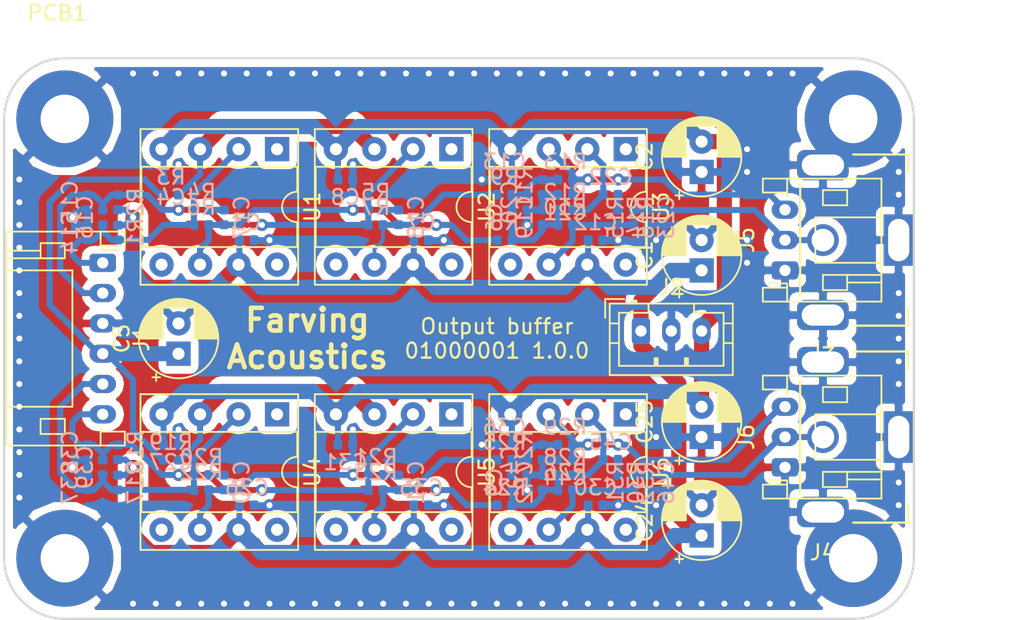
<source format=kicad_pcb>
(kicad_pcb (version 20171130) (host pcbnew "(5.0.1)-rc2")
  (layers (0 F.Cu signal) (31 B.Cu signal) (34 B.Paste user) (35 F.Paste user) (36 B.SilkS user) (37 F.SilkS user) (38 B.Mask user) (39 F.Mask user) (44 Edge.Cuts user))
  (net 0 "")
  (net 1 GNDA)
  (net 2 +15V)
  (net 3 -15V)
  (net 4 /Output_L_Buffer/Vbias)
  (net 5 /Output_L_Buffer/InP)
  (net 6 /Output_L_Buffer/InN)
  (net 7 "Net-(C17-Pad2)")
  (net 8 "Net-(C17-Pad1)")
  (net 9 "Net-(C18-Pad2)")
  (net 10 "Net-(C18-Pad1)")
  (net 11 "Net-(C19-Pad2)")
  (net 12 "Net-(C20-Pad1)")
  (net 13 "Net-(C22-Pad1)")
  (net 14 "Net-(C22-Pad2)")
  (net 15 /Output_R_Buffer/InP)
  (net 16 /Output_R_Buffer/InN)
  (net 17 "Net-(C40-Pad2)")
  (net 18 "Net-(C40-Pad1)")
  (net 19 "Net-(C41-Pad1)")
  (net 20 "Net-(C41-Pad2)")
  (net 21 "Net-(C42-Pad2)")
  (net 22 "Net-(C43-Pad1)")
  (net 23 "Net-(C45-Pad2)")
  (net 24 "Net-(C45-Pad1)")
  (net 25 "Net-(R3-Pad1)")
  (net 26 "Net-(R10-Pad1)")
  (net 27 "Net-(R19-Pad1)")
  (net 28 "Net-(R26-Pad1)")
  (net 29 /Output_L_Buffer/OutP)
  (net 30 /Output_L_Buffer/OutN)
  (net 31 /Output_R_Buffer/OutP)
  (net 32 /Output_R_Buffer/OutN)
  (module Connector_JST:JST_PH_S6B-PH-K_1x06_P2.00mm_Horizontal (layer F.Cu) (at 131 99.5 270)
    (fp_text reference J1 (at 5 -2.55 270) (layer F.SilkS))
    (fp_text value JST_PH_S6B-PH-K)
    (pad 1 thru_hole roundrect (at 0 0 270) (size 1.2 1.75) (drill 0.75) (layers *.Cu *.Mask) (roundrect_rratio 0.208333) (net 5 /Output_L_Buffer/InP))
    (pad 2 thru_hole oval (at 2 0 270) (size 1.2 1.75) (drill 0.75) (layers *.Cu *.Mask) (net 6 /Output_L_Buffer/InN))
    (pad 3 thru_hole oval (at 4 0 270) (size 1.2 1.75) (drill 0.75) (layers *.Cu *.Mask) (net 1 GNDA))
    (pad 4 thru_hole oval (at 6 0 270) (size 1.2 1.75) (drill 0.75) (layers *.Cu *.Mask) (net 4 /Output_L_Buffer/Vbias))
    (pad 5 thru_hole oval (at 8 0 270) (size 1.2 1.75) (drill 0.75) (layers *.Cu *.Mask) (net 15 /Output_R_Buffer/InP))
    (pad 6 thru_hole oval (at 10 0 270) (size 1.2 1.75) (drill 0.75) (layers *.Cu *.Mask) (net 16 /Output_R_Buffer/InN))
  )
  (module PCB:PCB_Board_60x37 (layer F.Cu) (at 154.5 104.5)
    (fp_text reference PCB1 (at -26.5 -21.5) (layer F.SilkS))
    (fp_text value Board_Module)
    (fp_line (start -26 -18.5) (end 26 -18.5) (layer Edge.Cuts) (width 0.15))
    (fp_line (start 30 -14.5) (end 30 14.5) (layer Edge.Cuts) (width 0.15))
    (fp_line (start 26 18.5) (end -26 18.5) (layer Edge.Cuts) (width 0.15))
    (fp_line (start -30 14.5) (end -30 -14.5) (layer Edge.Cuts) (width 0.15))
    (fp_arc (start 26 -14.5) (end 30 -14.5) (angle -90) (layer Edge.Cuts) (width 0.15))
    (fp_arc (start -26 -14.5) (end -26 -18.5) (angle -90) (layer Edge.Cuts) (width 0.15))
    (fp_arc (start -26 14.5) (end -30 14.5) (angle -90) (layer Edge.Cuts) (width 0.15))
    (fp_arc (start 26 14.5) (end 26 18.5) (angle -90) (layer Edge.Cuts) (width 0.15))
    (pad 1 thru_hole circle (at -26 -14.5) (size 6.4 6.4) (drill 3.2) (layers *.Cu *.Mask) (net 1 GNDA))
    (pad 2 thru_hole circle (at -26 14.5) (size 6.4 6.4) (drill 3.2) (layers *.Cu *.Mask) (net 1 GNDA))
    (pad 3 thru_hole circle (at 26 14.5) (size 6.44 6.44) (drill 3.2) (layers *.Cu *.Mask) (net 1 GNDA))
    (pad 4 thru_hole circle (at 26 -14.5) (size 6.4 6.4) (drill 3.2) (layers *.Cu *.Mask) (net 1 GNDA))
  )
  (module Capacitor_THT:CP_Radial_D5.0mm_P2.00mm (layer F.Cu) (at 170.5 100 90)
    (fp_text reference C1 (at 1 -3.75 90) (layer F.SilkS))
    (fp_text value 10u)
    (pad 2 thru_hole circle (at 2 0 90) (size 1.6 1.6) (drill 0.8) (layers *.Cu *.Mask) (net 1 GNDA))
    (pad 1 thru_hole rect (at 0 0 90) (size 1.6 1.6) (drill 0.8) (layers *.Cu *.Mask) (net 2 +15V))
  )
  (module Capacitor_THT:CP_Radial_D5.0mm_P2.00mm (layer F.Cu) (at 170.5 93.5 90)
    (fp_text reference C2 (at 1 -3.75 90) (layer F.SilkS))
    (fp_text value 10u)
    (pad 2 thru_hole circle (at 2 0 90) (size 1.6 1.6) (drill 0.8) (layers *.Cu *.Mask) (net 3 -15V))
    (pad 1 thru_hole rect (at 0 0 90) (size 1.6 1.6) (drill 0.8) (layers *.Cu *.Mask) (net 1 GNDA))
  )
  (module Capacitor_SMD:C_0402_1005Metric (layer B.Cu) (at 140.5 98 180)
    (fp_text reference C3 (at 0 1.17 180) (layer B.SilkS) (effects (justify mirror)))
    (fp_text value 100n)
    (pad 1 smd roundrect (at -0.485 0 180) (size 0.59 0.64) (layers B.Cu B.Paste B.Mask) (net 1 GNDA))
    (pad 2 smd roundrect (at 0.485 0 180) (size 0.59 0.64) (layers B.Cu B.Paste B.Mask) (net 2 +15V))
  )
  (module Capacitor_SMD:C_0402_1005Metric (layer B.Cu) (at 135.5 94)
    (fp_text reference C4 (at 0 1.17) (layer B.SilkS) (effects (justify mirror)))
    (fp_text value 100n)
    (pad 1 smd roundrect (at -0.485 0) (size 0.59 0.64) (layers B.Cu B.Paste B.Mask) (net 3 -15V))
    (pad 2 smd roundrect (at 0.485 0) (size 0.59 0.64) (layers B.Cu B.Paste B.Mask) (net 1 GNDA))
  )
  (module Capacitor_SMD:C_0402_1005Metric (layer B.Cu) (at 152 98 180)
    (fp_text reference C7 (at 0 1.17 180) (layer B.SilkS) (effects (justify mirror)))
    (fp_text value 100n)
    (pad 1 smd roundrect (at -0.485 0 180) (size 0.59 0.64) (layers B.Cu B.Paste B.Mask) (net 1 GNDA))
    (pad 2 smd roundrect (at 0.485 0 180) (size 0.59 0.64) (layers B.Cu B.Paste B.Mask) (net 2 +15V))
  )
  (module Capacitor_SMD:C_0402_1005Metric (layer B.Cu) (at 147 94)
    (fp_text reference C8 (at 0 1.17) (layer B.SilkS) (effects (justify mirror)))
    (fp_text value 100n)
    (pad 2 smd roundrect (at 0.485 0) (size 0.59 0.64) (layers B.Cu B.Paste B.Mask) (net 1 GNDA))
    (pad 1 smd roundrect (at -0.485 0) (size 0.59 0.64) (layers B.Cu B.Paste B.Mask) (net 3 -15V))
  )
  (module Capacitor_SMD:C_0402_1005Metric (layer B.Cu) (at 163.5 98 180)
    (fp_text reference C12 (at 0 1.17 180) (layer B.SilkS) (effects (justify mirror)))
    (fp_text value 100n)
    (pad 2 smd roundrect (at 0.485 0 180) (size 0.59 0.64) (layers B.Cu B.Paste B.Mask) (net 2 +15V))
    (pad 1 smd roundrect (at -0.485 0 180) (size 0.59 0.64) (layers B.Cu B.Paste B.Mask) (net 1 GNDA))
  )
  (module Capacitor_SMD:C_0402_1005Metric (layer B.Cu) (at 157.5 94 180)
    (fp_text reference C13 (at 0 1.17 180) (layer B.SilkS) (effects (justify mirror)))
    (fp_text value 100n)
    (pad 1 smd roundrect (at -0.485 0 180) (size 0.59 0.64) (layers B.Cu B.Paste B.Mask) (net 3 -15V))
    (pad 2 smd roundrect (at 0.485 0 180) (size 0.59 0.64) (layers B.Cu B.Paste B.Mask) (net 1 GNDA))
  )
  (module Capacitor_SMD:C_0402_1005Metric (layer B.Cu) (at 130 97.5 270)
    (fp_text reference C14 (at 0 1.17 270) (layer B.SilkS) (effects (justify mirror)))
    (fp_text value 1n)
    (pad 1 smd roundrect (at -0.485 0 270) (size 0.59 0.64) (layers B.Cu B.Paste B.Mask) (net 1 GNDA))
    (pad 2 smd roundrect (at 0.485 0 270) (size 0.59 0.64) (layers B.Cu B.Paste B.Mask) (net 5 /Output_L_Buffer/InP))
  )
  (module Capacitor_SMD:C_0402_1005Metric (layer B.Cu) (at 130 95.5 270)
    (fp_text reference C15 (at 0 1.17 270) (layer B.SilkS) (effects (justify mirror)))
    (fp_text value 1n)
    (pad 2 smd roundrect (at 0.485 0 270) (size 0.59 0.64) (layers B.Cu B.Paste B.Mask) (net 1 GNDA))
    (pad 1 smd roundrect (at -0.485 0 270) (size 0.59 0.64) (layers B.Cu B.Paste B.Mask) (net 6 /Output_L_Buffer/InN))
  )
  (module Capacitor_SMD:C_0402_1005Metric (layer B.Cu) (at 131 96.5 270)
    (fp_text reference C16 (at 0 1.17 270) (layer B.SilkS) (effects (justify mirror)))
    (fp_text value 100n)
    (pad 1 smd roundrect (at -0.485 0 270) (size 0.59 0.64) (layers B.Cu B.Paste B.Mask) (net 6 /Output_L_Buffer/InN))
    (pad 2 smd roundrect (at 0.485 0 270) (size 0.59 0.64) (layers B.Cu B.Paste B.Mask) (net 5 /Output_L_Buffer/InP))
  )
  (module Capacitor_SMD:C_0402_1005Metric (layer B.Cu) (at 139 96.5 90)
    (fp_text reference C17 (at 0 1.17 90) (layer B.SilkS) (effects (justify mirror)))
    (fp_text value 100p)
    (pad 2 smd roundrect (at 0.485 0 90) (size 0.59 0.64) (layers B.Cu B.Paste B.Mask) (net 7 "Net-(C17-Pad2)"))
    (pad 1 smd roundrect (at -0.485 0 90) (size 0.59 0.64) (layers B.Cu B.Paste B.Mask) (net 8 "Net-(C17-Pad1)"))
  )
  (module Capacitor_SMD:C_0402_1005Metric (layer B.Cu) (at 150.5 96.5 90)
    (fp_text reference C18 (at 0 1.17 90) (layer B.SilkS) (effects (justify mirror)))
    (fp_text value 100p)
    (pad 2 smd roundrect (at 0.485 0 90) (size 0.59 0.64) (layers B.Cu B.Paste B.Mask) (net 9 "Net-(C18-Pad2)"))
    (pad 1 smd roundrect (at -0.485 0 90) (size 0.59 0.64) (layers B.Cu B.Paste B.Mask) (net 10 "Net-(C18-Pad1)"))
  )
  (module Capacitor_SMD:C_0402_1005Metric (layer B.Cu) (at 160 96.5 270)
    (fp_text reference C19 (at 0 1.17 270) (layer B.SilkS) (effects (justify mirror)))
    (fp_text value 5n6)
    (pad 2 smd roundrect (at 0.485 0 270) (size 0.59 0.64) (layers B.Cu B.Paste B.Mask) (net 11 "Net-(C19-Pad2)"))
    (pad 1 smd roundrect (at -0.485 0 270) (size 0.59 0.64) (layers B.Cu B.Paste B.Mask) (net 1 GNDA))
  )
  (module Capacitor_SMD:C_0402_1005Metric (layer B.Cu) (at 159 95.5 270)
    (fp_text reference C20 (at 0 1.17 270) (layer B.SilkS) (effects (justify mirror)))
    (fp_text value 5n6)
    (pad 2 smd roundrect (at 0.485 0 270) (size 0.59 0.64) (layers B.Cu B.Paste B.Mask) (net 1 GNDA))
    (pad 1 smd roundrect (at -0.485 0 270) (size 0.59 0.64) (layers B.Cu B.Paste B.Mask) (net 12 "Net-(C20-Pad1)"))
  )
  (module Capacitor_SMD:C_0402_1005Metric (layer B.Cu) (at 161.5 95)
    (fp_text reference C21 (at 0 1.17) (layer B.SilkS) (effects (justify mirror)))
    (fp_text value 2n7)
    (pad 1 smd roundrect (at -0.485 0) (size 0.59 0.64) (layers B.Cu B.Paste B.Mask) (net 1 GNDA))
    (pad 2 smd roundrect (at 0.485 0) (size 0.59 0.64) (layers B.Cu B.Paste B.Mask) (net 29 /Output_L_Buffer/OutP))
  )
  (module Capacitor_SMD:C_0402_1005Metric (layer B.Cu) (at 164.5 95 180)
    (fp_text reference C22 (at 0 1.17 180) (layer B.SilkS) (effects (justify mirror)))
    (fp_text value 2n7)
    (pad 1 smd roundrect (at -0.485 0 180) (size 0.59 0.64) (layers B.Cu B.Paste B.Mask) (net 13 "Net-(C22-Pad1)"))
    (pad 2 smd roundrect (at 0.485 0 180) (size 0.59 0.64) (layers B.Cu B.Paste B.Mask) (net 14 "Net-(C22-Pad2)"))
  )
  (module Capacitor_SMD:C_0402_1005Metric (layer B.Cu) (at 167 96.5 90)
    (fp_text reference C23 (at 0 1.17 90) (layer B.SilkS) (effects (justify mirror)))
    (fp_text value 3n9)
    (pad 1 smd roundrect (at -0.485 0 90) (size 0.59 0.64) (layers B.Cu B.Paste B.Mask) (net 1 GNDA))
    (pad 2 smd roundrect (at 0.485 0 90) (size 0.59 0.64) (layers B.Cu B.Paste B.Mask) (net 30 /Output_L_Buffer/OutN))
  )
  (module Capacitor_THT:CP_Radial_D5.0mm_P2.00mm (layer F.Cu) (at 170.5 117.5 90)
    (fp_text reference C24 (at 1 -3.75 90) (layer F.SilkS))
    (fp_text value 10u)
    (pad 2 thru_hole circle (at 2 0 90) (size 1.6 1.6) (drill 0.8) (layers *.Cu *.Mask) (net 1 GNDA))
    (pad 1 thru_hole rect (at 0 0 90) (size 1.6 1.6) (drill 0.8) (layers *.Cu *.Mask) (net 2 +15V))
  )
  (module Capacitor_THT:CP_Radial_D5.0mm_P2.00mm (layer F.Cu) (at 170.5 111 90)
    (fp_text reference C25 (at 1 -3.75 90) (layer F.SilkS))
    (fp_text value 10u)
    (pad 1 thru_hole rect (at 0 0 90) (size 1.6 1.6) (drill 0.8) (layers *.Cu *.Mask) (net 1 GNDA))
    (pad 2 thru_hole circle (at 2 0 90) (size 1.6 1.6) (drill 0.8) (layers *.Cu *.Mask) (net 3 -15V))
  )
  (module Capacitor_SMD:C_0402_1005Metric (layer B.Cu) (at 140.5 115.5 180)
    (fp_text reference C26 (at 0 1.17 180) (layer B.SilkS) (effects (justify mirror)))
    (fp_text value 100n)
    (pad 2 smd roundrect (at 0.485 0 180) (size 0.59 0.64) (layers B.Cu B.Paste B.Mask) (net 2 +15V))
    (pad 1 smd roundrect (at -0.485 0 180) (size 0.59 0.64) (layers B.Cu B.Paste B.Mask) (net 1 GNDA))
  )
  (module Capacitor_SMD:C_0402_1005Metric (layer B.Cu) (at 135.5 111.5)
    (fp_text reference C27 (at 0 1.17) (layer B.SilkS) (effects (justify mirror)))
    (fp_text value 100n)
    (pad 2 smd roundrect (at 0.485 0) (size 0.59 0.64) (layers B.Cu B.Paste B.Mask) (net 1 GNDA))
    (pad 1 smd roundrect (at -0.485 0) (size 0.59 0.64) (layers B.Cu B.Paste B.Mask) (net 3 -15V))
  )
  (module Capacitor_SMD:C_0402_1005Metric (layer B.Cu) (at 163.5 115.5 180)
    (fp_text reference C30 (at 0 1.17 180) (layer B.SilkS) (effects (justify mirror)))
    (fp_text value 100n)
    (pad 1 smd roundrect (at -0.485 0 180) (size 0.59 0.64) (layers B.Cu B.Paste B.Mask) (net 1 GNDA))
    (pad 2 smd roundrect (at 0.485 0 180) (size 0.59 0.64) (layers B.Cu B.Paste B.Mask) (net 2 +15V))
  )
  (module Capacitor_SMD:C_0402_1005Metric (layer B.Cu) (at 147 111.5)
    (fp_text reference C31 (at 0 1.17) (layer B.SilkS) (effects (justify mirror)))
    (fp_text value 100n)
    (pad 2 smd roundrect (at 0.485 0) (size 0.59 0.64) (layers B.Cu B.Paste B.Mask) (net 1 GNDA))
    (pad 1 smd roundrect (at -0.485 0) (size 0.59 0.64) (layers B.Cu B.Paste B.Mask) (net 3 -15V))
  )
  (module Capacitor_SMD:C_0402_1005Metric (layer B.Cu) (at 152 115.5 180)
    (fp_text reference C35 (at 0 1.17 180) (layer B.SilkS) (effects (justify mirror)))
    (fp_text value 100n)
    (pad 2 smd roundrect (at 0.485 0 180) (size 0.59 0.64) (layers B.Cu B.Paste B.Mask) (net 2 +15V))
    (pad 1 smd roundrect (at -0.485 0 180) (size 0.59 0.64) (layers B.Cu B.Paste B.Mask) (net 1 GNDA))
  )
  (module Capacitor_SMD:C_0402_1005Metric (layer B.Cu) (at 157.5 111.5 180)
    (fp_text reference C36 (at 0 1.17 180) (layer B.SilkS) (effects (justify mirror)))
    (fp_text value 100n)
    (pad 2 smd roundrect (at 0.485 0 180) (size 0.59 0.64) (layers B.Cu B.Paste B.Mask) (net 1 GNDA))
    (pad 1 smd roundrect (at -0.485 0 180) (size 0.59 0.64) (layers B.Cu B.Paste B.Mask) (net 3 -15V))
  )
  (module Capacitor_SMD:C_0402_1005Metric (layer B.Cu) (at 130 114 270)
    (fp_text reference C37 (at 0 1.17 270) (layer B.SilkS) (effects (justify mirror)))
    (fp_text value 1n)
    (pad 1 smd roundrect (at -0.485 0 270) (size 0.59 0.64) (layers B.Cu B.Paste B.Mask) (net 1 GNDA))
    (pad 2 smd roundrect (at 0.485 0 270) (size 0.59 0.64) (layers B.Cu B.Paste B.Mask) (net 15 /Output_R_Buffer/InP))
  )
  (module Capacitor_SMD:C_0402_1005Metric (layer B.Cu) (at 130 112 270)
    (fp_text reference C38 (at 0 1.17 270) (layer B.SilkS) (effects (justify mirror)))
    (fp_text value 1n)
    (pad 1 smd roundrect (at -0.485 0 270) (size 0.59 0.64) (layers B.Cu B.Paste B.Mask) (net 16 /Output_R_Buffer/InN))
    (pad 2 smd roundrect (at 0.485 0 270) (size 0.59 0.64) (layers B.Cu B.Paste B.Mask) (net 1 GNDA))
  )
  (module Capacitor_SMD:C_0402_1005Metric (layer B.Cu) (at 131 113 270)
    (fp_text reference C39 (at 0 1.17 270) (layer B.SilkS) (effects (justify mirror)))
    (fp_text value 100n)
    (pad 1 smd roundrect (at -0.485 0 270) (size 0.59 0.64) (layers B.Cu B.Paste B.Mask) (net 16 /Output_R_Buffer/InN))
    (pad 2 smd roundrect (at 0.485 0 270) (size 0.59 0.64) (layers B.Cu B.Paste B.Mask) (net 15 /Output_R_Buffer/InP))
  )
  (module Capacitor_SMD:C_0402_1005Metric (layer B.Cu) (at 139 114 90)
    (fp_text reference C40 (at 0 1.17 90) (layer B.SilkS) (effects (justify mirror)))
    (fp_text value 100p)
    (pad 2 smd roundrect (at 0.485 0 90) (size 0.59 0.64) (layers B.Cu B.Paste B.Mask) (net 17 "Net-(C40-Pad2)"))
    (pad 1 smd roundrect (at -0.485 0 90) (size 0.59 0.64) (layers B.Cu B.Paste B.Mask) (net 18 "Net-(C40-Pad1)"))
  )
  (module Capacitor_SMD:C_0402_1005Metric (layer B.Cu) (at 150.5 114 90)
    (fp_text reference C41 (at 0 1.17 90) (layer B.SilkS) (effects (justify mirror)))
    (fp_text value 100p)
    (pad 1 smd roundrect (at -0.485 0 90) (size 0.59 0.64) (layers B.Cu B.Paste B.Mask) (net 19 "Net-(C41-Pad1)"))
    (pad 2 smd roundrect (at 0.485 0 90) (size 0.59 0.64) (layers B.Cu B.Paste B.Mask) (net 20 "Net-(C41-Pad2)"))
  )
  (module Capacitor_SMD:C_0402_1005Metric (layer B.Cu) (at 160 114 270)
    (fp_text reference C42 (at 0 1.17 270) (layer B.SilkS) (effects (justify mirror)))
    (fp_text value 5n6)
    (pad 2 smd roundrect (at 0.485 0 270) (size 0.59 0.64) (layers B.Cu B.Paste B.Mask) (net 21 "Net-(C42-Pad2)"))
    (pad 1 smd roundrect (at -0.485 0 270) (size 0.59 0.64) (layers B.Cu B.Paste B.Mask) (net 1 GNDA))
  )
  (module Capacitor_SMD:C_0402_1005Metric (layer B.Cu) (at 159 113 270)
    (fp_text reference C43 (at 0 1.17 270) (layer B.SilkS) (effects (justify mirror)))
    (fp_text value 5n6)
    (pad 2 smd roundrect (at 0.485 0 270) (size 0.59 0.64) (layers B.Cu B.Paste B.Mask) (net 1 GNDA))
    (pad 1 smd roundrect (at -0.485 0 270) (size 0.59 0.64) (layers B.Cu B.Paste B.Mask) (net 22 "Net-(C43-Pad1)"))
  )
  (module Capacitor_SMD:C_0402_1005Metric (layer B.Cu) (at 161.5 112.5)
    (fp_text reference C44 (at 0 1.17) (layer B.SilkS) (effects (justify mirror)))
    (fp_text value 2n7)
    (pad 1 smd roundrect (at -0.485 0) (size 0.59 0.64) (layers B.Cu B.Paste B.Mask) (net 1 GNDA))
    (pad 2 smd roundrect (at 0.485 0) (size 0.59 0.64) (layers B.Cu B.Paste B.Mask) (net 31 /Output_R_Buffer/OutP))
  )
  (module Capacitor_SMD:C_0402_1005Metric (layer B.Cu) (at 164.5 112.5 180)
    (fp_text reference C45 (at 0 1.17 180) (layer B.SilkS) (effects (justify mirror)))
    (fp_text value 2n7)
    (pad 2 smd roundrect (at 0.485 0 180) (size 0.59 0.64) (layers B.Cu B.Paste B.Mask) (net 23 "Net-(C45-Pad2)"))
    (pad 1 smd roundrect (at -0.485 0 180) (size 0.59 0.64) (layers B.Cu B.Paste B.Mask) (net 24 "Net-(C45-Pad1)"))
  )
  (module Capacitor_SMD:C_0402_1005Metric (layer B.Cu) (at 167 114 90)
    (fp_text reference C46 (at 0 1.17 90) (layer B.SilkS) (effects (justify mirror)))
    (fp_text value 3n9)
    (pad 1 smd roundrect (at -0.485 0 90) (size 0.59 0.64) (layers B.Cu B.Paste B.Mask) (net 1 GNDA))
    (pad 2 smd roundrect (at 0.485 0 90) (size 0.59 0.64) (layers B.Cu B.Paste B.Mask) (net 32 /Output_R_Buffer/OutN))
  )
  (module Connector_JST:JST_PH_B3B-PH-K_1x03_P2.00mm_Vertical (layer F.Cu) (at 166.5 104)
    (fp_text reference J2 (at 2 -2.9) (layer F.SilkS))
    (fp_text value JST_PH_B3B-PH-K)
    (pad 1 thru_hole roundrect (at 0 0) (size 1.2 1.75) (drill 0.75) (layers *.Cu *.Mask) (roundrect_rratio 0.208333) (net 2 +15V))
    (pad 2 thru_hole oval (at 2 0) (size 1.2 1.75) (drill 0.75) (layers *.Cu *.Mask) (net 1 GNDA))
    (pad 3 thru_hole oval (at 4 0) (size 1.2 1.75) (drill 0.75) (layers *.Cu *.Mask) (net 3 -15V))
  )
  (module Connector_Audio_Devel:RCA_Horizontal_RNDConnect (layer F.Cu) (at 178.5 98 180)
    (fp_text reference J3 (at 0 -7.62 180) (layer F.SilkS))
    (fp_text value "RND 205-00698")
    (pad S thru_hole rect (at -5 0 180) (size 2 3.4) (drill oval 1.4 2.8) (layers *.Cu *.Mask) (net 1 GNDA))
    (pad S thru_hole roundrect (at 0 4.95 180) (size 3.4 2) (drill oval 2.8 1.4) (layers *.Cu *.Mask) (net 1 GNDA))
    (pad T thru_hole circle (at 0 0 180) (size 2.1 2.1) (drill 1.5) (layers *.Cu *.Mask) (net 30 /Output_L_Buffer/OutN))
    (pad S thru_hole roundrect (at 0 -4.95 270) (size 2 3.4) (drill oval 1.4 2.8) (layers *.Cu *.Mask) (net 1 GNDA))
  )
  (module Connector_Audio_Devel:RCA_Horizontal_RNDConnect (layer F.Cu) (at 178.5 111 180)
    (fp_text reference J4 (at 0 -7.62 180) (layer F.SilkS))
    (fp_text value "RND 205-00698")
    (pad S thru_hole roundrect (at 0 -4.95 270) (size 2 3.4) (drill oval 1.4 2.8) (layers *.Cu *.Mask) (net 1 GNDA))
    (pad T thru_hole circle (at 0 0 180) (size 2.1 2.1) (drill 1.5) (layers *.Cu *.Mask) (net 32 /Output_R_Buffer/OutN))
    (pad S thru_hole roundrect (at 0 4.95 180) (size 3.4 2) (drill oval 2.8 1.4) (layers *.Cu *.Mask) (net 1 GNDA))
    (pad S thru_hole rect (at -5 0 180) (size 2 3.4) (drill oval 1.4 2.8) (layers *.Cu *.Mask) (net 1 GNDA))
  )
  (module Resistor_SMD:R_0402_1005Metric (layer B.Cu) (at 132 97.5 90)
    (fp_text reference R1 (at 0 1.17 90) (layer B.SilkS) (effects (justify mirror)))
    (fp_text value 2k)
    (pad 2 smd roundrect (at 0.485 0 90) (size 0.59 0.64) (layers B.Cu B.Paste B.Mask) (net 2 +15V))
    (pad 1 smd roundrect (at -0.485 0 90) (size 0.59 0.64) (layers B.Cu B.Paste B.Mask) (net 5 /Output_L_Buffer/InP))
  )
  (module Resistor_SMD:R_0402_1005Metric (layer B.Cu) (at 132 95.5 90)
    (fp_text reference R2 (at 0 1.17 90) (layer B.SilkS) (effects (justify mirror)))
    (fp_text value 2k)
    (pad 2 smd roundrect (at 0.485 0 90) (size 0.59 0.64) (layers B.Cu B.Paste B.Mask) (net 6 /Output_L_Buffer/InN))
    (pad 1 smd roundrect (at -0.485 0 90) (size 0.59 0.64) (layers B.Cu B.Paste B.Mask) (net 2 +15V))
  )
  (module Resistor_SMD:R_0402_1005Metric (layer B.Cu) (at 135.5 95 180)
    (fp_text reference R3 (at 0 1.17 180) (layer B.SilkS) (effects (justify mirror)))
    (fp_text value 5k76)
    (pad 1 smd roundrect (at -0.485 0 180) (size 0.59 0.64) (layers B.Cu B.Paste B.Mask) (net 25 "Net-(R3-Pad1)"))
    (pad 2 smd roundrect (at 0.485 0 180) (size 0.59 0.64) (layers B.Cu B.Paste B.Mask) (net 4 /Output_L_Buffer/Vbias))
  )
  (module Resistor_SMD:R_0402_1005Metric (layer B.Cu) (at 137.5 96 180)
    (fp_text reference R4 (at 0 1.17 180) (layer B.SilkS) (effects (justify mirror)))
    (fp_text value 100R)
    (pad 1 smd roundrect (at -0.485 0 180) (size 0.59 0.64) (layers B.Cu B.Paste B.Mask) (net 7 "Net-(C17-Pad2)"))
    (pad 2 smd roundrect (at 0.485 0 180) (size 0.59 0.64) (layers B.Cu B.Paste B.Mask) (net 5 /Output_L_Buffer/InP))
  )
  (module Resistor_SMD:R_0402_1005Metric (layer B.Cu) (at 149 96 180)
    (fp_text reference R5 (at 0 1.17 180) (layer B.SilkS) (effects (justify mirror)))
    (fp_text value 100R)
    (pad 2 smd roundrect (at 0.485 0 180) (size 0.59 0.64) (layers B.Cu B.Paste B.Mask) (net 6 /Output_L_Buffer/InN))
    (pad 1 smd roundrect (at -0.485 0 180) (size 0.59 0.64) (layers B.Cu B.Paste B.Mask) (net 9 "Net-(C18-Pad2)"))
  )
  (module Resistor_SMD:R_0402_1005Metric (layer B.Cu) (at 137.5 97 180)
    (fp_text reference R6 (at 0 1.17 180) (layer B.SilkS) (effects (justify mirror)))
    (fp_text value 2k)
    (pad 1 smd roundrect (at -0.485 0 180) (size 0.59 0.64) (layers B.Cu B.Paste B.Mask) (net 8 "Net-(C17-Pad1)"))
    (pad 2 smd roundrect (at 0.485 0 180) (size 0.59 0.64) (layers B.Cu B.Paste B.Mask) (net 5 /Output_L_Buffer/InP))
  )
  (module Resistor_SMD:R_0402_1005Metric (layer B.Cu) (at 149 97 180)
    (fp_text reference R7 (at 0 1.17 180) (layer B.SilkS) (effects (justify mirror)))
    (fp_text value 2k)
    (pad 1 smd roundrect (at -0.485 0 180) (size 0.59 0.64) (layers B.Cu B.Paste B.Mask) (net 10 "Net-(C18-Pad1)"))
    (pad 2 smd roundrect (at 0.485 0 180) (size 0.59 0.64) (layers B.Cu B.Paste B.Mask) (net 6 /Output_L_Buffer/InN))
  )
  (module Resistor_SMD:R_0402_1005Metric (layer B.Cu) (at 157.5 98 180)
    (fp_text reference R8 (at 0 1.17 180) (layer B.SilkS) (effects (justify mirror)))
    (fp_text value 681R)
    (pad 2 smd roundrect (at 0.485 0 180) (size 0.59 0.64) (layers B.Cu B.Paste B.Mask) (net 8 "Net-(C17-Pad1)"))
    (pad 1 smd roundrect (at -0.485 0 180) (size 0.59 0.64) (layers B.Cu B.Paste B.Mask) (net 11 "Net-(C19-Pad2)"))
  )
  (module Resistor_SMD:R_0402_1005Metric (layer B.Cu) (at 157.5 95 180)
    (fp_text reference R9 (at 0 1.17 180) (layer B.SilkS) (effects (justify mirror)))
    (fp_text value 681R)
    (pad 1 smd roundrect (at -0.485 0 180) (size 0.59 0.64) (layers B.Cu B.Paste B.Mask) (net 12 "Net-(C20-Pad1)"))
    (pad 2 smd roundrect (at 0.485 0 180) (size 0.59 0.64) (layers B.Cu B.Paste B.Mask) (net 10 "Net-(C18-Pad1)"))
  )
  (module Resistor_SMD:R_0402_1005Metric (layer B.Cu) (at 161.5 97 180)
    (fp_text reference R10 (at 0 1.17 180) (layer B.SilkS) (effects (justify mirror)))
    (fp_text value 226R)
    (pad 1 smd roundrect (at -0.485 0 180) (size 0.59 0.64) (layers B.Cu B.Paste B.Mask) (net 26 "Net-(R10-Pad1)"))
    (pad 2 smd roundrect (at 0.485 0 180) (size 0.59 0.64) (layers B.Cu B.Paste B.Mask) (net 11 "Net-(C19-Pad2)"))
  )
  (module Resistor_SMD:R_0402_1005Metric (layer B.Cu) (at 160 94.5 270)
    (fp_text reference R11 (at 0 1.17 270) (layer B.SilkS) (effects (justify mirror)))
    (fp_text value 226R)
    (pad 1 smd roundrect (at -0.485 0 270) (size 0.59 0.64) (layers B.Cu B.Paste B.Mask) (net 12 "Net-(C20-Pad1)"))
    (pad 2 smd roundrect (at 0.485 0 270) (size 0.59 0.64) (layers B.Cu B.Paste B.Mask) (net 1 GNDA))
  )
  (module Resistor_SMD:R_0402_1005Metric (layer B.Cu) (at 161.5 96 180)
    (fp_text reference R12 (at 0 1.17 180) (layer B.SilkS) (effects (justify mirror)))
    (fp_text value 324R)
    (pad 1 smd roundrect (at -0.485 0 180) (size 0.59 0.64) (layers B.Cu B.Paste B.Mask) (net 14 "Net-(C22-Pad2)"))
    (pad 2 smd roundrect (at 0.485 0 180) (size 0.59 0.64) (layers B.Cu B.Paste B.Mask) (net 11 "Net-(C19-Pad2)"))
  )
  (module Resistor_SMD:R_0402_1005Metric (layer B.Cu) (at 161.5 94 180)
    (fp_text reference R13 (at 0 1.17 180) (layer B.SilkS) (effects (justify mirror)))
    (fp_text value 324R)
    (pad 2 smd roundrect (at 0.485 0 180) (size 0.59 0.64) (layers B.Cu B.Paste B.Mask) (net 12 "Net-(C20-Pad1)"))
    (pad 1 smd roundrect (at -0.485 0 180) (size 0.59 0.64) (layers B.Cu B.Paste B.Mask) (net 29 /Output_L_Buffer/OutP))
  )
  (module Resistor_SMD:R_0402_1005Metric (layer B.Cu) (at 165 96.5 90)
    (fp_text reference R14 (at 0 1.17 90) (layer B.SilkS) (effects (justify mirror)))
    (fp_text value 100R)
    (pad 2 smd roundrect (at 0.485 0 90) (size 0.59 0.64) (layers B.Cu B.Paste B.Mask) (net 13 "Net-(C22-Pad1)"))
    (pad 1 smd roundrect (at -0.485 0 90) (size 0.59 0.64) (layers B.Cu B.Paste B.Mask) (net 26 "Net-(R10-Pad1)"))
  )
  (module Resistor_SMD:R_0402_1005Metric (layer B.Cu) (at 166 96.5 270)
    (fp_text reference R15 (at 0 1.17 270) (layer B.SilkS) (effects (justify mirror)))
    (fp_text value 332R)
    (pad 2 smd roundrect (at 0.485 0 270) (size 0.59 0.64) (layers B.Cu B.Paste B.Mask) (net 26 "Net-(R10-Pad1)"))
    (pad 1 smd roundrect (at -0.485 0 270) (size 0.59 0.64) (layers B.Cu B.Paste B.Mask) (net 30 /Output_L_Buffer/OutN))
  )
  (module Resistor_SMD:R_0402_1005Metric (layer B.Cu) (at 168 96.5 270)
    (fp_text reference R16 (at 0 1.17 270) (layer B.SilkS) (effects (justify mirror)))
    (fp_text value NM)
    (pad 1 smd roundrect (at -0.485 0 270) (size 0.59 0.64) (layers B.Cu B.Paste B.Mask) (net 30 /Output_L_Buffer/OutN))
    (pad 2 smd roundrect (at 0.485 0 270) (size 0.59 0.64) (layers B.Cu B.Paste B.Mask) (net 1 GNDA))
  )
  (module Resistor_SMD:R_0402_1005Metric (layer B.Cu) (at 132 114 90)
    (fp_text reference R17 (at 0 1.17 90) (layer B.SilkS) (effects (justify mirror)))
    (fp_text value 2k)
    (pad 1 smd roundrect (at -0.485 0 90) (size 0.59 0.64) (layers B.Cu B.Paste B.Mask) (net 15 /Output_R_Buffer/InP))
    (pad 2 smd roundrect (at 0.485 0 90) (size 0.59 0.64) (layers B.Cu B.Paste B.Mask) (net 2 +15V))
  )
  (module Resistor_SMD:R_0402_1005Metric (layer B.Cu) (at 132 112 90)
    (fp_text reference R18 (at 0 1.17 90) (layer B.SilkS) (effects (justify mirror)))
    (fp_text value 2k)
    (pad 1 smd roundrect (at -0.485 0 90) (size 0.59 0.64) (layers B.Cu B.Paste B.Mask) (net 2 +15V))
    (pad 2 smd roundrect (at 0.485 0 90) (size 0.59 0.64) (layers B.Cu B.Paste B.Mask) (net 16 /Output_R_Buffer/InN))
  )
  (module Resistor_SMD:R_0402_1005Metric (layer B.Cu) (at 135.5 112.5 180)
    (fp_text reference R19 (at 0 1.17 180) (layer B.SilkS) (effects (justify mirror)))
    (fp_text value 5k76)
    (pad 2 smd roundrect (at 0.485 0 180) (size 0.59 0.64) (layers B.Cu B.Paste B.Mask) (net 4 /Output_L_Buffer/Vbias))
    (pad 1 smd roundrect (at -0.485 0 180) (size 0.59 0.64) (layers B.Cu B.Paste B.Mask) (net 27 "Net-(R19-Pad1)"))
  )
  (module Resistor_SMD:R_0402_1005Metric (layer B.Cu) (at 137.5 113.5 180)
    (fp_text reference R20 (at 0 1.17 180) (layer B.SilkS) (effects (justify mirror)))
    (fp_text value 100R)
    (pad 1 smd roundrect (at -0.485 0 180) (size 0.59 0.64) (layers B.Cu B.Paste B.Mask) (net 17 "Net-(C40-Pad2)"))
    (pad 2 smd roundrect (at 0.485 0 180) (size 0.59 0.64) (layers B.Cu B.Paste B.Mask) (net 15 /Output_R_Buffer/InP))
  )
  (module Resistor_SMD:R_0402_1005Metric (layer B.Cu) (at 149 113.5 180)
    (fp_text reference R21 (at 0 1.17 180) (layer B.SilkS) (effects (justify mirror)))
    (fp_text value 100R)
    (pad 2 smd roundrect (at 0.485 0 180) (size 0.59 0.64) (layers B.Cu B.Paste B.Mask) (net 16 /Output_R_Buffer/InN))
    (pad 1 smd roundrect (at -0.485 0 180) (size 0.59 0.64) (layers B.Cu B.Paste B.Mask) (net 20 "Net-(C41-Pad2)"))
  )
  (module Resistor_SMD:R_0402_1005Metric (layer B.Cu) (at 137.5 114.5 180)
    (fp_text reference R22 (at 0 1.17 180) (layer B.SilkS) (effects (justify mirror)))
    (fp_text value 2k)
    (pad 2 smd roundrect (at 0.485 0 180) (size 0.59 0.64) (layers B.Cu B.Paste B.Mask) (net 15 /Output_R_Buffer/InP))
    (pad 1 smd roundrect (at -0.485 0 180) (size 0.59 0.64) (layers B.Cu B.Paste B.Mask) (net 18 "Net-(C40-Pad1)"))
  )
  (module Resistor_SMD:R_0402_1005Metric (layer B.Cu) (at 149 114.5 180)
    (fp_text reference R23 (at 0 1.17 180) (layer B.SilkS) (effects (justify mirror)))
    (fp_text value 2k)
    (pad 1 smd roundrect (at -0.485 0 180) (size 0.59 0.64) (layers B.Cu B.Paste B.Mask) (net 19 "Net-(C41-Pad1)"))
    (pad 2 smd roundrect (at 0.485 0 180) (size 0.59 0.64) (layers B.Cu B.Paste B.Mask) (net 16 /Output_R_Buffer/InN))
  )
  (module Resistor_SMD:R_0402_1005Metric (layer B.Cu) (at 157.5 115.5 180)
    (fp_text reference R24 (at 0 1.17 180) (layer B.SilkS) (effects (justify mirror)))
    (fp_text value 681R)
    (pad 2 smd roundrect (at 0.485 0 180) (size 0.59 0.64) (layers B.Cu B.Paste B.Mask) (net 18 "Net-(C40-Pad1)"))
    (pad 1 smd roundrect (at -0.485 0 180) (size 0.59 0.64) (layers B.Cu B.Paste B.Mask) (net 21 "Net-(C42-Pad2)"))
  )
  (module Resistor_SMD:R_0402_1005Metric (layer B.Cu) (at 157.5 112.5 180)
    (fp_text reference R25 (at 0 1.17 180) (layer B.SilkS) (effects (justify mirror)))
    (fp_text value 681R)
    (pad 1 smd roundrect (at -0.485 0 180) (size 0.59 0.64) (layers B.Cu B.Paste B.Mask) (net 22 "Net-(C43-Pad1)"))
    (pad 2 smd roundrect (at 0.485 0 180) (size 0.59 0.64) (layers B.Cu B.Paste B.Mask) (net 19 "Net-(C41-Pad1)"))
  )
  (module Resistor_SMD:R_0402_1005Metric (layer B.Cu) (at 161.5 114.5 180)
    (fp_text reference R26 (at 0 1.17 180) (layer B.SilkS) (effects (justify mirror)))
    (fp_text value 226R)
    (pad 1 smd roundrect (at -0.485 0 180) (size 0.59 0.64) (layers B.Cu B.Paste B.Mask) (net 28 "Net-(R26-Pad1)"))
    (pad 2 smd roundrect (at 0.485 0 180) (size 0.59 0.64) (layers B.Cu B.Paste B.Mask) (net 21 "Net-(C42-Pad2)"))
  )
  (module Resistor_SMD:R_0402_1005Metric (layer B.Cu) (at 160 112 270)
    (fp_text reference R27 (at 0 1.17 270) (layer B.SilkS) (effects (justify mirror)))
    (fp_text value 226R)
    (pad 2 smd roundrect (at 0.485 0 270) (size 0.59 0.64) (layers B.Cu B.Paste B.Mask) (net 1 GNDA))
    (pad 1 smd roundrect (at -0.485 0 270) (size 0.59 0.64) (layers B.Cu B.Paste B.Mask) (net 22 "Net-(C43-Pad1)"))
  )
  (module Resistor_SMD:R_0402_1005Metric (layer B.Cu) (at 161.5 113.5 180)
    (fp_text reference R28 (at 0 1.17 180) (layer B.SilkS) (effects (justify mirror)))
    (fp_text value 324R)
    (pad 2 smd roundrect (at 0.485 0 180) (size 0.59 0.64) (layers B.Cu B.Paste B.Mask) (net 21 "Net-(C42-Pad2)"))
    (pad 1 smd roundrect (at -0.485 0 180) (size 0.59 0.64) (layers B.Cu B.Paste B.Mask) (net 23 "Net-(C45-Pad2)"))
  )
  (module Resistor_SMD:R_0402_1005Metric (layer B.Cu) (at 161.5 111.5 180)
    (fp_text reference R29 (at 0 1.17 180) (layer B.SilkS) (effects (justify mirror)))
    (fp_text value 324R)
    (pad 1 smd roundrect (at -0.485 0 180) (size 0.59 0.64) (layers B.Cu B.Paste B.Mask) (net 31 /Output_R_Buffer/OutP))
    (pad 2 smd roundrect (at 0.485 0 180) (size 0.59 0.64) (layers B.Cu B.Paste B.Mask) (net 22 "Net-(C43-Pad1)"))
  )
  (module Resistor_SMD:R_0402_1005Metric (layer B.Cu) (at 165 114 90)
    (fp_text reference R30 (at 0 1.17 90) (layer B.SilkS) (effects (justify mirror)))
    (fp_text value 100R)
    (pad 2 smd roundrect (at 0.485 0 90) (size 0.59 0.64) (layers B.Cu B.Paste B.Mask) (net 24 "Net-(C45-Pad1)"))
    (pad 1 smd roundrect (at -0.485 0 90) (size 0.59 0.64) (layers B.Cu B.Paste B.Mask) (net 28 "Net-(R26-Pad1)"))
  )
  (module Resistor_SMD:R_0402_1005Metric (layer B.Cu) (at 166 114 270)
    (fp_text reference R31 (at 0 1.17 270) (layer B.SilkS) (effects (justify mirror)))
    (fp_text value 332R)
    (pad 2 smd roundrect (at 0.485 0 270) (size 0.59 0.64) (layers B.Cu B.Paste B.Mask) (net 28 "Net-(R26-Pad1)"))
    (pad 1 smd roundrect (at -0.485 0 270) (size 0.59 0.64) (layers B.Cu B.Paste B.Mask) (net 32 /Output_R_Buffer/OutN))
  )
  (module Resistor_SMD:R_0402_1005Metric (layer B.Cu) (at 168 114 270)
    (fp_text reference R32 (at 0 1.17 270) (layer B.SilkS) (effects (justify mirror)))
    (fp_text value NM)
    (pad 2 smd roundrect (at 0.485 0 270) (size 0.59 0.64) (layers B.Cu B.Paste B.Mask) (net 1 GNDA))
    (pad 1 smd roundrect (at -0.485 0 270) (size 0.59 0.64) (layers B.Cu B.Paste B.Mask) (net 32 /Output_R_Buffer/OutN))
  )
  (module Package_DIP:DIP-8_W7.62mm_Socket (layer F.Cu) (at 142.5 92 270)
    (fp_text reference U1 (at 3.81 -2.33 270) (layer F.SilkS))
    (fp_text value AD797)
    (pad 8 thru_hole oval (at 7.62 0 270) (size 1.6 1.6) (drill 0.8) (layers *.Cu *.Mask))
    (pad 4 thru_hole oval (at 0 7.62 270) (size 1.6 1.6) (drill 0.8) (layers *.Cu *.Mask) (net 3 -15V))
    (pad 7 thru_hole oval (at 7.62 2.54 270) (size 1.6 1.6) (drill 0.8) (layers *.Cu *.Mask) (net 2 +15V))
    (pad 3 thru_hole oval (at 0 5.08 270) (size 1.6 1.6) (drill 0.8) (layers *.Cu *.Mask) (net 25 "Net-(R3-Pad1)"))
    (pad 6 thru_hole oval (at 7.62 5.08 270) (size 1.6 1.6) (drill 0.8) (layers *.Cu *.Mask) (net 8 "Net-(C17-Pad1)"))
    (pad 2 thru_hole oval (at 0 2.54 270) (size 1.6 1.6) (drill 0.8) (layers *.Cu *.Mask) (net 5 /Output_L_Buffer/InP))
    (pad 5 thru_hole oval (at 7.62 7.62 270) (size 1.6 1.6) (drill 0.8) (layers *.Cu *.Mask))
    (pad 1 thru_hole rect (at 0 0 270) (size 1.6 1.6) (drill 0.8) (layers *.Cu *.Mask))
  )
  (module Package_DIP:DIP-8_W7.62mm_Socket (layer F.Cu) (at 154 92 270)
    (fp_text reference U2 (at 3.81 -2.33 270) (layer F.SilkS))
    (fp_text value AD797)
    (pad 1 thru_hole rect (at 0 0 270) (size 1.6 1.6) (drill 0.8) (layers *.Cu *.Mask))
    (pad 5 thru_hole oval (at 7.62 7.62 270) (size 1.6 1.6) (drill 0.8) (layers *.Cu *.Mask))
    (pad 2 thru_hole oval (at 0 2.54 270) (size 1.6 1.6) (drill 0.8) (layers *.Cu *.Mask) (net 6 /Output_L_Buffer/InN))
    (pad 6 thru_hole oval (at 7.62 5.08 270) (size 1.6 1.6) (drill 0.8) (layers *.Cu *.Mask) (net 10 "Net-(C18-Pad1)"))
    (pad 3 thru_hole oval (at 0 5.08 270) (size 1.6 1.6) (drill 0.8) (layers *.Cu *.Mask) (net 25 "Net-(R3-Pad1)"))
    (pad 7 thru_hole oval (at 7.62 2.54 270) (size 1.6 1.6) (drill 0.8) (layers *.Cu *.Mask) (net 2 +15V))
    (pad 4 thru_hole oval (at 0 7.62 270) (size 1.6 1.6) (drill 0.8) (layers *.Cu *.Mask) (net 3 -15V))
    (pad 8 thru_hole oval (at 7.62 0 270) (size 1.6 1.6) (drill 0.8) (layers *.Cu *.Mask))
  )
  (module Package_DIP:DIP-8_W7.62mm_Socket (layer F.Cu) (at 165.5 92 270)
    (fp_text reference U3 (at 3.81 -2.33 270) (layer F.SilkS))
    (fp_text value AD797)
    (pad 8 thru_hole oval (at 7.62 0 270) (size 1.6 1.6) (drill 0.8) (layers *.Cu *.Mask))
    (pad 4 thru_hole oval (at 0 7.62 270) (size 1.6 1.6) (drill 0.8) (layers *.Cu *.Mask) (net 3 -15V))
    (pad 7 thru_hole oval (at 7.62 2.54 270) (size 1.6 1.6) (drill 0.8) (layers *.Cu *.Mask) (net 2 +15V))
    (pad 3 thru_hole oval (at 0 5.08 270) (size 1.6 1.6) (drill 0.8) (layers *.Cu *.Mask) (net 29 /Output_L_Buffer/OutP))
    (pad 6 thru_hole oval (at 7.62 5.08 270) (size 1.6 1.6) (drill 0.8) (layers *.Cu *.Mask) (net 26 "Net-(R10-Pad1)"))
    (pad 2 thru_hole oval (at 0 2.54 270) (size 1.6 1.6) (drill 0.8) (layers *.Cu *.Mask) (net 14 "Net-(C22-Pad2)"))
    (pad 5 thru_hole oval (at 7.62 7.62 270) (size 1.6 1.6) (drill 0.8) (layers *.Cu *.Mask))
    (pad 1 thru_hole rect (at 0 0 270) (size 1.6 1.6) (drill 0.8) (layers *.Cu *.Mask))
  )
  (module Package_DIP:DIP-8_W7.62mm_Socket (layer F.Cu) (at 142.5 109.5 270)
    (fp_text reference U4 (at 3.81 -2.33 270) (layer F.SilkS))
    (fp_text value AD797)
    (pad 1 thru_hole rect (at 0 0 270) (size 1.6 1.6) (drill 0.8) (layers *.Cu *.Mask))
    (pad 5 thru_hole oval (at 7.62 7.62 270) (size 1.6 1.6) (drill 0.8) (layers *.Cu *.Mask))
    (pad 2 thru_hole oval (at 0 2.54 270) (size 1.6 1.6) (drill 0.8) (layers *.Cu *.Mask) (net 15 /Output_R_Buffer/InP))
    (pad 6 thru_hole oval (at 7.62 5.08 270) (size 1.6 1.6) (drill 0.8) (layers *.Cu *.Mask) (net 18 "Net-(C40-Pad1)"))
    (pad 3 thru_hole oval (at 0 5.08 270) (size 1.6 1.6) (drill 0.8) (layers *.Cu *.Mask) (net 27 "Net-(R19-Pad1)"))
    (pad 7 thru_hole oval (at 7.62 2.54 270) (size 1.6 1.6) (drill 0.8) (layers *.Cu *.Mask) (net 2 +15V))
    (pad 4 thru_hole oval (at 0 7.62 270) (size 1.6 1.6) (drill 0.8) (layers *.Cu *.Mask) (net 3 -15V))
    (pad 8 thru_hole oval (at 7.62 0 270) (size 1.6 1.6) (drill 0.8) (layers *.Cu *.Mask))
  )
  (module Package_DIP:DIP-8_W7.62mm_Socket (layer F.Cu) (at 154 109.5 270)
    (fp_text reference U5 (at 3.81 -2.33 270) (layer F.SilkS))
    (fp_text value AD797)
    (pad 1 thru_hole rect (at 0 0 270) (size 1.6 1.6) (drill 0.8) (layers *.Cu *.Mask))
    (pad 5 thru_hole oval (at 7.62 7.62 270) (size 1.6 1.6) (drill 0.8) (layers *.Cu *.Mask))
    (pad 2 thru_hole oval (at 0 2.54 270) (size 1.6 1.6) (drill 0.8) (layers *.Cu *.Mask) (net 16 /Output_R_Buffer/InN))
    (pad 6 thru_hole oval (at 7.62 5.08 270) (size 1.6 1.6) (drill 0.8) (layers *.Cu *.Mask) (net 19 "Net-(C41-Pad1)"))
    (pad 3 thru_hole oval (at 0 5.08 270) (size 1.6 1.6) (drill 0.8) (layers *.Cu *.Mask) (net 27 "Net-(R19-Pad1)"))
    (pad 7 thru_hole oval (at 7.62 2.54 270) (size 1.6 1.6) (drill 0.8) (layers *.Cu *.Mask) (net 2 +15V))
    (pad 4 thru_hole oval (at 0 7.62 270) (size 1.6 1.6) (drill 0.8) (layers *.Cu *.Mask) (net 3 -15V))
    (pad 8 thru_hole oval (at 7.62 0 270) (size 1.6 1.6) (drill 0.8) (layers *.Cu *.Mask))
  )
  (module Package_DIP:DIP-8_W7.62mm_Socket (layer F.Cu) (at 165.5 109.5 270)
    (fp_text reference U6 (at 3.81 -2.33 270) (layer F.SilkS))
    (fp_text value AD797)
    (pad 8 thru_hole oval (at 7.62 0 270) (size 1.6 1.6) (drill 0.8) (layers *.Cu *.Mask))
    (pad 4 thru_hole oval (at 0 7.62 270) (size 1.6 1.6) (drill 0.8) (layers *.Cu *.Mask) (net 3 -15V))
    (pad 7 thru_hole oval (at 7.62 2.54 270) (size 1.6 1.6) (drill 0.8) (layers *.Cu *.Mask) (net 2 +15V))
    (pad 3 thru_hole oval (at 0 5.08 270) (size 1.6 1.6) (drill 0.8) (layers *.Cu *.Mask) (net 31 /Output_R_Buffer/OutP))
    (pad 6 thru_hole oval (at 7.62 5.08 270) (size 1.6 1.6) (drill 0.8) (layers *.Cu *.Mask) (net 28 "Net-(R26-Pad1)"))
    (pad 2 thru_hole oval (at 0 2.54 270) (size 1.6 1.6) (drill 0.8) (layers *.Cu *.Mask) (net 23 "Net-(C45-Pad2)"))
    (pad 5 thru_hole oval (at 7.62 7.62 270) (size 1.6 1.6) (drill 0.8) (layers *.Cu *.Mask))
    (pad 1 thru_hole rect (at 0 0 270) (size 1.6 1.6) (drill 0.8) (layers *.Cu *.Mask))
  )
  (module Connector_JST:JST_PH_S3B-PH-K_1x03_P2.00mm_Horizontal (layer F.Cu) (at 176 100 90)
    (fp_text reference J5 (at 2 -2.55 90) (layer F.SilkS))
    (fp_text value JST_PH_S3B-PH-K)
    (pad 1 thru_hole roundrect (at 0 0 90) (size 1.2 1.75) (drill 0.75) (layers *.Cu *.Mask) (roundrect_rratio 0.208333) (net 1 GNDA))
    (pad 2 thru_hole oval (at 2 0 90) (size 1.2 1.75) (drill 0.75) (layers *.Cu *.Mask) (net 30 /Output_L_Buffer/OutN))
    (pad 3 thru_hole oval (at 4 0 90) (size 1.2 1.75) (drill 0.75) (layers *.Cu *.Mask) (net 29 /Output_L_Buffer/OutP))
  )
  (module Capacitor_THT:CP_Radial_D5.0mm_P2.00mm (layer F.Cu) (at 136 105.5 90)
    (fp_text reference C5 (at 1 -3.75 90) (layer F.SilkS))
    (fp_text value 10u)
    (pad 1 thru_hole rect (at 0 0 90) (size 1.6 1.6) (drill 0.8) (layers *.Cu *.Mask) (net 4 /Output_L_Buffer/Vbias))
    (pad 2 thru_hole circle (at 2 0 90) (size 1.6 1.6) (drill 0.8) (layers *.Cu *.Mask) (net 1 GNDA))
  )
  (module Capacitor_SMD:C_0402_1005Metric (layer B.Cu) (at 158 96.5 270)
    (fp_text reference C6 (at 0 1.17 270) (layer B.SilkS) (effects (justify mirror)))
    (fp_text value 390p)
    (pad 2 smd roundrect (at 0.485 0 270) (size 0.59 0.64) (layers B.Cu B.Paste B.Mask) (net 11 "Net-(C19-Pad2)"))
    (pad 1 smd roundrect (at -0.485 0 270) (size 0.59 0.64) (layers B.Cu B.Paste B.Mask) (net 12 "Net-(C20-Pad1)"))
  )
  (module Capacitor_SMD:C_0402_1005Metric (layer B.Cu) (at 158 114 270)
    (fp_text reference C9 (at 0 1.17 270) (layer B.SilkS) (effects (justify mirror)))
    (fp_text value 390p)
    (pad 1 smd roundrect (at -0.485 0 270) (size 0.59 0.64) (layers B.Cu B.Paste B.Mask) (net 22 "Net-(C43-Pad1)"))
    (pad 2 smd roundrect (at 0.485 0 270) (size 0.59 0.64) (layers B.Cu B.Paste B.Mask) (net 21 "Net-(C42-Pad2)"))
  )
  (module Connector_JST:JST_PH_S3B-PH-K_1x03_P2.00mm_Horizontal (layer F.Cu) (at 176 113 90)
    (fp_text reference J6 (at 2 -2.55 90) (layer F.SilkS))
    (fp_text value JST_PH_S3B-PH-K)
    (pad 1 thru_hole roundrect (at 0 0 90) (size 1.2 1.75) (drill 0.75) (layers *.Cu *.Mask) (roundrect_rratio 0.208333) (net 1 GNDA))
    (pad 2 thru_hole oval (at 2 0 90) (size 1.2 1.75) (drill 0.75) (layers *.Cu *.Mask) (net 32 /Output_R_Buffer/OutN))
    (pad 3 thru_hole oval (at 4 0 90) (size 1.2 1.75) (drill 0.75) (layers *.Cu *.Mask) (net 31 /Output_R_Buffer/OutP))
  )
  (gr_text "Farving\nAcoustics" (at 144.5 104.5) (layer F.SilkS) (effects (font (size 1.5 1.5) (thickness 0.3))))
  (gr_text "Output buffer\n01000001 1.0.0" (at 157 104.5) (layer F.SilkS) (effects (font (size 1 1))))
  (via (at 156 94) (size 0.8) (drill 0.4) (layers F.Cu B.Cu) (net 1))
  (via (at 156 111.5) (size 0.8) (drill 0.4) (layers F.Cu B.Cu) (net 1))
  (via (at 129 113) (size 0.8) (drill 0.4) (layers F.Cu B.Cu) (net 1))
  (via (at 129 96.5) (size 0.8) (drill 0.4) (layers F.Cu B.Cu) (net 1))
  (via (at 136 93) (size 0.8) (drill 0.4) (layers F.Cu B.Cu) (net 1))
  (via (at 142 98) (size 0.8) (drill 0.4) (layers F.Cu B.Cu) (net 1))
  (via (at 153.5 98) (size 0.8) (drill 0.4) (layers F.Cu B.Cu) (net 1))
  (via (at 147.5 93) (size 0.8) (drill 0.4) (layers F.Cu B.Cu) (net 1))
  (via (at 165 98) (size 0.8) (drill 0.4) (layers F.Cu B.Cu) (net 1))
  (via (at 165 115.5) (size 0.8) (drill 0.4) (layers F.Cu B.Cu) (net 1))
  (via (at 153.5 115.5) (size 0.8) (drill 0.4) (layers F.Cu B.Cu) (net 1))
  (via (at 147.5 110.5) (size 0.8) (drill 0.4) (layers F.Cu B.Cu) (net 1))
  (via (at 136 110.5) (size 0.8) (drill 0.4) (layers F.Cu B.Cu) (net 1))
  (via (at 142 115.5) (size 0.8) (drill 0.4) (layers F.Cu B.Cu) (net 1))
  (segment (start 160.015 112.5) (end 160 112.485) (width 0.4) (layer B.Cu) (net 1))
  (segment (start 161.015 112.5) (end 160.015 112.5) (width 0.4) (layer B.Cu) (net 1))
  (segment (start 160 112.485) (end 160 113.515) (width 0.4) (layer B.Cu) (net 1))
  (segment (start 157.015 111.5) (end 156 111.5) (width 0.4) (layer B.Cu) (net 1))
  (segment (start 147.485 110.515) (end 147.5 110.5) (width 0.4) (layer B.Cu) (net 1))
  (segment (start 147.485 111.5) (end 147.485 110.515) (width 0.4) (layer B.Cu) (net 1))
  (segment (start 163.985 115.5) (end 165 115.5) (width 0.4) (layer B.Cu) (net 1))
  (segment (start 152.485 115.5) (end 153.5 115.5) (width 0.4) (layer B.Cu) (net 1))
  (segment (start 140.985 115.5) (end 142 115.5) (width 0.4) (layer B.Cu) (net 1))
  (segment (start 135.985 110.515) (end 136 110.5) (width 0.4) (layer B.Cu) (net 1))
  (segment (start 135.985 111.5) (end 135.985 110.515) (width 0.4) (layer B.Cu) (net 1))
  (segment (start 129.515 113.515) (end 129 113) (width 0.4) (layer B.Cu) (net 1))
  (segment (start 130 113.515) (end 129.515 113.515) (width 0.4) (layer B.Cu) (net 1))
  (segment (start 129.515 112.485) (end 129 113) (width 0.4) (layer B.Cu) (net 1))
  (segment (start 130 112.485) (end 129.515 112.485) (width 0.4) (layer B.Cu) (net 1))
  (segment (start 129.515 97.015) (end 129 96.5) (width 0.4) (layer B.Cu) (net 1))
  (segment (start 130 97.015) (end 129.515 97.015) (width 0.4) (layer B.Cu) (net 1))
  (segment (start 129.515 95.985) (end 129 96.5) (width 0.4) (layer B.Cu) (net 1))
  (segment (start 130 95.985) (end 129.515 95.985) (width 0.4) (layer B.Cu) (net 1))
  (segment (start 135.985 93.015) (end 136 93) (width 0.4) (layer B.Cu) (net 1))
  (segment (start 135.985 94) (end 135.985 93.015) (width 0.4) (layer B.Cu) (net 1))
  (segment (start 140.985 98) (end 142 98) (width 0.4) (layer B.Cu) (net 1))
  (segment (start 147.485 93.015) (end 147.5 93) (width 0.4) (layer B.Cu) (net 1))
  (segment (start 147.485 94) (end 147.485 93.015) (width 0.4) (layer B.Cu) (net 1))
  (segment (start 152.485 98) (end 153.5 98) (width 0.4) (layer B.Cu) (net 1))
  (segment (start 157.015 94) (end 156 94) (width 0.4) (layer B.Cu) (net 1))
  (segment (start 160.015 95) (end 160 94.985) (width 0.4) (layer B.Cu) (net 1))
  (segment (start 161.015 95) (end 160.015 95) (width 0.4) (layer B.Cu) (net 1))
  (segment (start 160 94.985) (end 160 96.015) (width 0.4) (layer B.Cu) (net 1))
  (segment (start 163.985 98) (end 165 98) (width 0.4) (layer B.Cu) (net 1))
  (via (at 159 114.5) (size 0.8) (drill 0.4) (layers F.Cu B.Cu) (net 1))
  (segment (start 159 113.485) (end 159 114.5) (width 0.4) (layer B.Cu) (net 1))
  (segment (start 159.97 113.485) (end 160 113.515) (width 0.4) (layer B.Cu) (net 1))
  (segment (start 159 113.485) (end 159.97 113.485) (width 0.4) (layer B.Cu) (net 1))
  (via (at 159 97) (size 0.8) (drill 0.4) (layers F.Cu B.Cu) (net 1))
  (segment (start 159 97) (end 159 95.985) (width 0.4) (layer B.Cu) (net 1))
  (via (at 183.5 104.5) (size 0.8) (drill 0.4) (layers F.Cu B.Cu) (net 1))
  (via (at 183.5 103) (size 0.8) (drill 0.4) (layers F.Cu B.Cu) (net 1))
  (via (at 183.5 101.5) (size 0.8) (drill 0.4) (layers F.Cu B.Cu) (net 1))
  (via (at 183.5 106) (size 0.8) (drill 0.4) (layers F.Cu B.Cu) (net 1))
  (via (at 183.5 107.5) (size 0.8) (drill 0.4) (layers F.Cu B.Cu) (net 1))
  (via (at 183.5 95) (size 0.8) (drill 0.4) (layers F.Cu B.Cu) (net 1))
  (via (at 183.5 93.5) (size 0.8) (drill 0.4) (layers F.Cu B.Cu) (net 1))
  (via (at 183.5 114) (size 0.8) (drill 0.4) (layers F.Cu B.Cu) (net 1))
  (via (at 183.5 115.5) (size 0.8) (drill 0.4) (layers F.Cu B.Cu) (net 1))
  (via (at 176.5 122) (size 0.8) (drill 0.4) (layers F.Cu B.Cu) (net 1))
  (via (at 175 122) (size 0.8) (drill 0.4) (layers F.Cu B.Cu) (net 1))
  (via (at 173.5 122) (size 0.8) (drill 0.4) (layers F.Cu B.Cu) (net 1))
  (via (at 172 122) (size 0.8) (drill 0.4) (layers F.Cu B.Cu) (net 1))
  (via (at 170.5 122) (size 0.8) (drill 0.4) (layers F.Cu B.Cu) (net 1))
  (via (at 169 122) (size 0.8) (drill 0.4) (layers F.Cu B.Cu) (net 1))
  (via (at 167.5 122) (size 0.8) (drill 0.4) (layers F.Cu B.Cu) (net 1))
  (via (at 166 122) (size 0.8) (drill 0.4) (layers F.Cu B.Cu) (net 1))
  (via (at 164.5 122) (size 0.8) (drill 0.4) (layers F.Cu B.Cu) (net 1))
  (via (at 163 122) (size 0.8) (drill 0.4) (layers F.Cu B.Cu) (net 1))
  (via (at 161.5 122) (size 0.8) (drill 0.4) (layers F.Cu B.Cu) (net 1))
  (via (at 160 122) (size 0.8) (drill 0.4) (layers F.Cu B.Cu) (net 1))
  (via (at 158.5 122) (size 0.8) (drill 0.4) (layers F.Cu B.Cu) (net 1))
  (via (at 157 122) (size 0.8) (drill 0.4) (layers F.Cu B.Cu) (net 1))
  (via (at 155.5 122) (size 0.8) (drill 0.4) (layers F.Cu B.Cu) (net 1))
  (via (at 154 122) (size 0.8) (drill 0.4) (layers F.Cu B.Cu) (net 1))
  (via (at 152.5 122) (size 0.8) (drill 0.4) (layers F.Cu B.Cu) (net 1))
  (via (at 151 122) (size 0.8) (drill 0.4) (layers F.Cu B.Cu) (net 1))
  (via (at 149.5 122) (size 0.8) (drill 0.4) (layers F.Cu B.Cu) (net 1))
  (via (at 148 122) (size 0.8) (drill 0.4) (layers F.Cu B.Cu) (net 1))
  (via (at 146.5 122) (size 0.8) (drill 0.4) (layers F.Cu B.Cu) (net 1))
  (via (at 145 122) (size 0.8) (drill 0.4) (layers F.Cu B.Cu) (net 1))
  (via (at 143.5 122) (size 0.8) (drill 0.4) (layers F.Cu B.Cu) (net 1))
  (via (at 142 122) (size 0.8) (drill 0.4) (layers F.Cu B.Cu) (net 1))
  (via (at 140.5 122) (size 0.8) (drill 0.4) (layers F.Cu B.Cu) (net 1))
  (via (at 139 122) (size 0.8) (drill 0.4) (layers F.Cu B.Cu) (net 1))
  (via (at 137.5 122) (size 0.8) (drill 0.4) (layers F.Cu B.Cu) (net 1))
  (via (at 136 122) (size 0.8) (drill 0.4) (layers F.Cu B.Cu) (net 1))
  (via (at 134.5 122) (size 0.8) (drill 0.4) (layers F.Cu B.Cu) (net 1))
  (via (at 133 122) (size 0.8) (drill 0.4) (layers F.Cu B.Cu) (net 1))
  (via (at 125.5 104.5) (size 0.8) (drill 0.4) (layers F.Cu B.Cu) (net 1))
  (via (at 125.5 106) (size 0.8) (drill 0.4) (layers F.Cu B.Cu) (net 1))
  (via (at 125.5 107.5) (size 0.8) (drill 0.4) (layers F.Cu B.Cu) (net 1))
  (via (at 125.5 109) (size 0.8) (drill 0.4) (layers F.Cu B.Cu) (net 1))
  (via (at 125.5 110.5) (size 0.8) (drill 0.4) (layers F.Cu B.Cu) (net 1))
  (via (at 125.5 112) (size 0.8) (drill 0.4) (layers F.Cu B.Cu) (net 1))
  (via (at 125.5 113.5) (size 0.8) (drill 0.4) (layers F.Cu B.Cu) (net 1))
  (via (at 125.5 115) (size 0.8) (drill 0.4) (layers F.Cu B.Cu) (net 1))
  (via (at 125.5 103) (size 0.8) (drill 0.4) (layers F.Cu B.Cu) (net 1))
  (via (at 125.5 101.5) (size 0.8) (drill 0.4) (layers F.Cu B.Cu) (net 1))
  (via (at 125.5 100) (size 0.8) (drill 0.4) (layers F.Cu B.Cu) (net 1))
  (via (at 125.5 98.5) (size 0.8) (drill 0.4) (layers F.Cu B.Cu) (net 1))
  (via (at 125.5 97) (size 0.8) (drill 0.4) (layers F.Cu B.Cu) (net 1))
  (via (at 125.5 95.5) (size 0.8) (drill 0.4) (layers F.Cu B.Cu) (net 1))
  (via (at 125.5 94) (size 0.8) (drill 0.4) (layers F.Cu B.Cu) (net 1))
  (via (at 176.5 87) (size 0.8) (drill 0.4) (layers F.Cu B.Cu) (net 1))
  (via (at 175 87) (size 0.8) (drill 0.4) (layers F.Cu B.Cu) (net 1))
  (via (at 173.5 87) (size 0.8) (drill 0.4) (layers F.Cu B.Cu) (net 1))
  (via (at 172 87) (size 0.8) (drill 0.4) (layers F.Cu B.Cu) (net 1))
  (via (at 170.5 87) (size 0.8) (drill 0.4) (layers F.Cu B.Cu) (net 1))
  (via (at 169 87) (size 0.8) (drill 0.4) (layers F.Cu B.Cu) (net 1))
  (via (at 167.5 87) (size 0.8) (drill 0.4) (layers F.Cu B.Cu) (net 1))
  (via (at 166 87) (size 0.8) (drill 0.4) (layers F.Cu B.Cu) (net 1))
  (via (at 164.5 87) (size 0.8) (drill 0.4) (layers F.Cu B.Cu) (net 1))
  (via (at 163 87) (size 0.8) (drill 0.4) (layers F.Cu B.Cu) (net 1))
  (via (at 161.5 87) (size 0.8) (drill 0.4) (layers F.Cu B.Cu) (net 1))
  (via (at 160 87) (size 0.8) (drill 0.4) (layers F.Cu B.Cu) (net 1))
  (via (at 158.5 87) (size 0.8) (drill 0.4) (layers F.Cu B.Cu) (net 1))
  (via (at 157 87) (size 0.8) (drill 0.4) (layers F.Cu B.Cu) (net 1))
  (via (at 155.5 87) (size 0.8) (drill 0.4) (layers F.Cu B.Cu) (net 1))
  (via (at 154 87) (size 0.8) (drill 0.4) (layers F.Cu B.Cu) (net 1))
  (via (at 152.5 87) (size 0.8) (drill 0.4) (layers F.Cu B.Cu) (net 1))
  (via (at 151 87) (size 0.8) (drill 0.4) (layers F.Cu B.Cu) (net 1))
  (via (at 149.5 87) (size 0.8) (drill 0.4) (layers F.Cu B.Cu) (net 1))
  (via (at 148 87) (size 0.8) (drill 0.4) (layers F.Cu B.Cu) (net 1))
  (via (at 146.5 87) (size 0.8) (drill 0.4) (layers F.Cu B.Cu) (net 1))
  (via (at 145 87) (size 0.8) (drill 0.4) (layers F.Cu B.Cu) (net 1))
  (via (at 143.5 87) (size 0.8) (drill 0.4) (layers F.Cu B.Cu) (net 1))
  (via (at 142 87) (size 0.8) (drill 0.4) (layers F.Cu B.Cu) (net 1))
  (via (at 140.5 87) (size 0.8) (drill 0.4) (layers F.Cu B.Cu) (net 1))
  (via (at 139 87) (size 0.8) (drill 0.4) (layers F.Cu B.Cu) (net 1))
  (via (at 137.5 87) (size 0.8) (drill 0.4) (layers F.Cu B.Cu) (net 1))
  (via (at 136 87) (size 0.8) (drill 0.4) (layers F.Cu B.Cu) (net 1))
  (via (at 134.5 87) (size 0.8) (drill 0.4) (layers F.Cu B.Cu) (net 1))
  (via (at 133 87) (size 0.8) (drill 0.4) (layers F.Cu B.Cu) (net 1))
  (via (at 173.5 93.5) (size 0.8) (drill 0.4) (layers F.Cu B.Cu) (net 1))
  (via (at 173.5 92) (size 0.8) (drill 0.4) (layers F.Cu B.Cu) (net 1))
  (via (at 173.5 98) (size 0.8) (drill 0.4) (layers F.Cu B.Cu) (net 1))
  (via (at 173.5 99.5) (size 0.8) (drill 0.4) (layers F.Cu B.Cu) (net 1))
  (via (at 167.5 111) (size 0.8) (drill 0.4) (layers F.Cu B.Cu) (net 1))
  (via (at 167.5 115.5) (size 0.8) (drill 0.4) (layers F.Cu B.Cu) (net 1))
  (via (at 167.5 98) (size 0.8) (drill 0.4) (layers F.Cu B.Cu) (net 1))
  (via (at 133 113) (size 0.8) (drill 0.4) (layers F.Cu B.Cu) (net 2))
  (via (at 133 96.5) (size 0.8) (drill 0.4) (layers F.Cu B.Cu) (net 2))
  (segment (start 163.015 99.565) (end 162.96 99.62) (width 0.4) (layer B.Cu) (net 2))
  (segment (start 163.015 98) (end 163.015 99.565) (width 0.4) (layer B.Cu) (net 2))
  (segment (start 151.515 99.565) (end 151.46 99.62) (width 0.4) (layer B.Cu) (net 2))
  (segment (start 151.515 98) (end 151.515 99.565) (width 0.4) (layer B.Cu) (net 2))
  (segment (start 140.015 99.565) (end 139.96 99.62) (width 0.4) (layer B.Cu) (net 2))
  (segment (start 140.015 98) (end 140.015 99.565) (width 0.4) (layer B.Cu) (net 2))
  (segment (start 140.015 117.065) (end 139.96 117.12) (width 0.4) (layer B.Cu) (net 2))
  (segment (start 140.015 115.5) (end 140.015 117.065) (width 0.4) (layer B.Cu) (net 2))
  (segment (start 151.515 117.065) (end 151.46 117.12) (width 0.4) (layer B.Cu) (net 2))
  (segment (start 151.515 115.5) (end 151.515 117.065) (width 0.4) (layer B.Cu) (net 2))
  (segment (start 163.759999 117.919999) (end 162.96 117.12) (width 1) (layer B.Cu) (net 2))
  (segment (start 164.460001 118.620001) (end 163.759999 117.919999) (width 1) (layer B.Cu) (net 2))
  (segment (start 167.579999 118.620001) (end 164.460001 118.620001) (width 1) (layer B.Cu) (net 2))
  (segment (start 168.7 117.5) (end 167.579999 118.620001) (width 1) (layer B.Cu) (net 2))
  (segment (start 170.5 117.5) (end 168.7 117.5) (width 1) (layer B.Cu) (net 2))
  (segment (start 152.259999 117.919999) (end 151.46 117.12) (width 1) (layer B.Cu) (net 2))
  (segment (start 152.960001 118.620001) (end 152.259999 117.919999) (width 1) (layer B.Cu) (net 2))
  (segment (start 161.459999 118.620001) (end 152.960001 118.620001) (width 1) (layer B.Cu) (net 2))
  (segment (start 162.96 117.12) (end 161.459999 118.620001) (width 1) (layer B.Cu) (net 2))
  (segment (start 140.759999 117.919999) (end 139.96 117.12) (width 1) (layer B.Cu) (net 2))
  (segment (start 141.460001 118.620001) (end 140.759999 117.919999) (width 1) (layer B.Cu) (net 2))
  (segment (start 149.959999 118.620001) (end 141.460001 118.620001) (width 1) (layer B.Cu) (net 2))
  (segment (start 151.46 117.12) (end 149.959999 118.620001) (width 1) (layer B.Cu) (net 2))
  (segment (start 152.259999 100.419999) (end 151.46 99.62) (width 1) (layer B.Cu) (net 2))
  (segment (start 152.960001 101.120001) (end 152.259999 100.419999) (width 1) (layer B.Cu) (net 2))
  (segment (start 161.459999 101.120001) (end 152.960001 101.120001) (width 1) (layer B.Cu) (net 2))
  (segment (start 162.96 99.62) (end 161.459999 101.120001) (width 1) (layer B.Cu) (net 2))
  (segment (start 140.759999 100.419999) (end 139.96 99.62) (width 1) (layer B.Cu) (net 2))
  (segment (start 141.460001 101.120001) (end 140.759999 100.419999) (width 1) (layer B.Cu) (net 2))
  (segment (start 149.959999 101.120001) (end 141.460001 101.120001) (width 1) (layer B.Cu) (net 2))
  (segment (start 151.46 99.62) (end 149.959999 101.120001) (width 1) (layer B.Cu) (net 2))
  (segment (start 170.279998 117.5) (end 170.5 117.5) (width 1) (layer F.Cu) (net 2))
  (segment (start 168.999999 116.220001) (end 170.279998 117.5) (width 1) (layer F.Cu) (net 2))
  (segment (start 168.999999 107.474999) (end 168.999999 116.220001) (width 1) (layer F.Cu) (net 2))
  (segment (start 166.5 104.975) (end 168.999999 107.474999) (width 1) (layer F.Cu) (net 2))
  (segment (start 166.5 104) (end 166.5 104.975) (width 1) (layer F.Cu) (net 2))
  (segment (start 168.7 100) (end 170.5 100) (width 1) (layer F.Cu) (net 2))
  (segment (start 168.5 100) (end 168.7 100) (width 1) (layer F.Cu) (net 2))
  (segment (start 166.5 104) (end 166.5 102) (width 1) (layer F.Cu) (net 2))
  (segment (start 166.5 102) (end 168.5 100) (width 1) (layer F.Cu) (net 2))
  (segment (start 163.759999 100.419999) (end 162.96 99.62) (width 1) (layer B.Cu) (net 2))
  (segment (start 164.460001 101.120001) (end 163.759999 100.419999) (width 1) (layer B.Cu) (net 2))
  (segment (start 167.379999 101.120001) (end 164.460001 101.120001) (width 1) (layer B.Cu) (net 2))
  (segment (start 170.5 100) (end 168.5 100) (width 1) (layer B.Cu) (net 2))
  (segment (start 168.5 100) (end 167.379999 101.120001) (width 1) (layer B.Cu) (net 2))
  (segment (start 132.485 97.015) (end 133 96.5) (width 0.4) (layer B.Cu) (net 2))
  (segment (start 132 97.015) (end 132.485 97.015) (width 0.4) (layer B.Cu) (net 2))
  (segment (start 132.485 95.985) (end 133 96.5) (width 0.4) (layer B.Cu) (net 2))
  (segment (start 132 95.985) (end 132.485 95.985) (width 0.4) (layer B.Cu) (net 2))
  (segment (start 132.485 113.515) (end 133 113) (width 0.4) (layer B.Cu) (net 2))
  (segment (start 132 113.515) (end 132.485 113.515) (width 0.4) (layer B.Cu) (net 2))
  (segment (start 132.485 112.485) (end 133 113) (width 0.4) (layer B.Cu) (net 2))
  (segment (start 132 112.485) (end 132.485 112.485) (width 0.4) (layer B.Cu) (net 2))
  (segment (start 163.015 117.065) (end 162.96 117.12) (width 0.4) (layer B.Cu) (net 2))
  (segment (start 163.015 115.5) (end 163.015 117.065) (width 0.4) (layer B.Cu) (net 2))
  (segment (start 139.160001 100.419999) (end 139.96 99.62) (width 1) (layer F.Cu) (net 2))
  (segment (start 138.459999 101.120001) (end 139.160001 100.419999) (width 1) (layer F.Cu) (net 2))
  (segment (start 134.159999 101.120001) (end 138.459999 101.120001) (width 1) (layer F.Cu) (net 2))
  (segment (start 133 99.960002) (end 134.159999 101.120001) (width 1) (layer F.Cu) (net 2))
  (segment (start 133 96.5) (end 133 99.960002) (width 1) (layer F.Cu) (net 2))
  (segment (start 139.160001 117.919999) (end 139.96 117.12) (width 1) (layer F.Cu) (net 2))
  (segment (start 138.459999 118.620001) (end 139.160001 117.919999) (width 1) (layer F.Cu) (net 2))
  (segment (start 134.159999 118.620001) (end 138.459999 118.620001) (width 1) (layer F.Cu) (net 2))
  (segment (start 133 113) (end 133 117.460002) (width 1) (layer F.Cu) (net 2))
  (segment (start 133 117.460002) (end 134.159999 118.620001) (width 1) (layer F.Cu) (net 2))
  (segment (start 157.985 92.105) (end 157.88 92) (width 0.4) (layer B.Cu) (net 3))
  (segment (start 157.985 94) (end 157.985 92.105) (width 0.4) (layer B.Cu) (net 3))
  (segment (start 146.515 92.135) (end 146.38 92) (width 0.4) (layer B.Cu) (net 3))
  (segment (start 146.515 94) (end 146.515 92.135) (width 0.4) (layer B.Cu) (net 3))
  (segment (start 135.015 92.135) (end 134.88 92) (width 0.4) (layer B.Cu) (net 3))
  (segment (start 135.015 94) (end 135.015 92.135) (width 0.4) (layer B.Cu) (net 3))
  (segment (start 135.015 109.635) (end 134.88 109.5) (width 0.4) (layer B.Cu) (net 3))
  (segment (start 135.015 111.5) (end 135.015 109.635) (width 0.4) (layer B.Cu) (net 3))
  (segment (start 146.515 109.635) (end 146.38 109.5) (width 0.4) (layer B.Cu) (net 3))
  (segment (start 146.515 111.5) (end 146.515 109.635) (width 0.4) (layer B.Cu) (net 3))
  (segment (start 158.679999 108.700001) (end 157.88 109.5) (width 1) (layer B.Cu) (net 3))
  (segment (start 159.380001 107.999999) (end 158.679999 108.700001) (width 1) (layer B.Cu) (net 3))
  (segment (start 169.499999 107.999999) (end 159.380001 107.999999) (width 1) (layer B.Cu) (net 3))
  (segment (start 170.5 109) (end 169.499999 107.999999) (width 1) (layer B.Cu) (net 3))
  (segment (start 147.179999 108.700001) (end 146.38 109.5) (width 1) (layer B.Cu) (net 3))
  (segment (start 147.880001 107.999999) (end 147.179999 108.700001) (width 1) (layer B.Cu) (net 3))
  (segment (start 156.379999 107.999999) (end 147.880001 107.999999) (width 1) (layer B.Cu) (net 3))
  (segment (start 157.88 109.5) (end 156.379999 107.999999) (width 1) (layer B.Cu) (net 3))
  (segment (start 135.679999 108.700001) (end 134.88 109.5) (width 1) (layer B.Cu) (net 3))
  (segment (start 136.380001 107.999999) (end 135.679999 108.700001) (width 1) (layer B.Cu) (net 3))
  (segment (start 144.879999 107.999999) (end 136.380001 107.999999) (width 1) (layer B.Cu) (net 3))
  (segment (start 146.38 109.5) (end 144.879999 107.999999) (width 1) (layer B.Cu) (net 3))
  (segment (start 158.679999 91.200001) (end 157.88 92) (width 1) (layer B.Cu) (net 3))
  (segment (start 159.380001 90.499999) (end 158.679999 91.200001) (width 1) (layer B.Cu) (net 3))
  (segment (start 169.499999 90.499999) (end 159.380001 90.499999) (width 1) (layer B.Cu) (net 3))
  (segment (start 170.5 91.5) (end 169.499999 90.499999) (width 1) (layer B.Cu) (net 3))
  (segment (start 147.179999 91.200001) (end 146.38 92) (width 1) (layer B.Cu) (net 3))
  (segment (start 147.880001 90.499999) (end 147.179999 91.200001) (width 1) (layer B.Cu) (net 3))
  (segment (start 156.379999 90.499999) (end 147.880001 90.499999) (width 1) (layer B.Cu) (net 3))
  (segment (start 157.88 92) (end 156.379999 90.499999) (width 1) (layer B.Cu) (net 3))
  (segment (start 135.679999 91.200001) (end 134.88 92) (width 1) (layer B.Cu) (net 3))
  (segment (start 136.380001 90.499999) (end 135.679999 91.200001) (width 1) (layer B.Cu) (net 3))
  (segment (start 144.879999 90.499999) (end 136.380001 90.499999) (width 1) (layer B.Cu) (net 3))
  (segment (start 146.38 92) (end 144.879999 90.499999) (width 1) (layer B.Cu) (net 3))
  (segment (start 171.63137 91.5) (end 170.5 91.5) (width 1) (layer F.Cu) (net 3))
  (segment (start 172.000001 91.868631) (end 171.63137 91.5) (width 1) (layer F.Cu) (net 3))
  (segment (start 172.000001 102.224999) (end 172.000001 91.868631) (width 1) (layer F.Cu) (net 3))
  (segment (start 170.5 103.725) (end 172.000001 102.224999) (width 1) (layer F.Cu) (net 3))
  (segment (start 170.5 104) (end 170.5 103.725) (width 1) (layer F.Cu) (net 3))
  (segment (start 170.5 104) (end 170.5 109) (width 1) (layer F.Cu) (net 3))
  (segment (start 157.985 109.605) (end 157.88 109.5) (width 0.4) (layer B.Cu) (net 3))
  (segment (start 157.985 111.5) (end 157.985 109.605) (width 0.4) (layer B.Cu) (net 3))
  (segment (start 136 105.5) (end 131 105.5) (width 1) (layer B.Cu) (net 4))
  (segment (start 130.725 105.5) (end 131 105.5) (width 0.4) (layer B.Cu) (net 4))
  (segment (start 134.769244 95) (end 133.769244 94) (width 0.4) (layer B.Cu) (net 4))
  (segment (start 135.015 95) (end 134.769244 95) (width 0.4) (layer B.Cu) (net 4))
  (segment (start 133.769244 94) (end 129 94) (width 0.4) (layer B.Cu) (net 4))
  (segment (start 129 94) (end 127.5 95.5) (width 0.4) (layer B.Cu) (net 4))
  (segment (start 127.5 95.5) (end 127.5 102.275) (width 0.4) (layer B.Cu) (net 4))
  (segment (start 127.5 102.275) (end 130.725 105.5) (width 0.4) (layer B.Cu) (net 4))
  (segment (start 131.275 105.5) (end 131 105.5) (width 0.4) (layer B.Cu) (net 4))
  (segment (start 133 107.225) (end 131.275 105.5) (width 0.4) (layer B.Cu) (net 4))
  (segment (start 133 110.579298) (end 133 107.225) (width 0.4) (layer B.Cu) (net 4))
  (segment (start 135.015 112.5) (end 134.920702 112.5) (width 0.4) (layer B.Cu) (net 4))
  (segment (start 134.920702 112.5) (end 133 110.579298) (width 0.4) (layer B.Cu) (net 4))
  (segment (start 137.015 97) (end 137.015 96) (width 0.4) (layer B.Cu) (net 5))
  (segment (start 137.015 94.945) (end 139.96 92) (width 0.4) (layer B.Cu) (net 5))
  (segment (start 137.015 96) (end 137.015 94.945) (width 0.4) (layer B.Cu) (net 5))
  (segment (start 130.42 97.985) (end 131 97.405) (width 0.4) (layer B.Cu) (net 5))
  (segment (start 130 97.985) (end 130.42 97.985) (width 0.4) (layer B.Cu) (net 5))
  (segment (start 131 97.38) (end 131 96.985) (width 0.4) (layer B.Cu) (net 5))
  (segment (start 131 97.405) (end 131 97.38) (width 0.4) (layer B.Cu) (net 5))
  (segment (start 131.58 97.985) (end 131 97.405) (width 0.4) (layer B.Cu) (net 5))
  (segment (start 132 97.985) (end 131.58 97.985) (width 0.4) (layer B.Cu) (net 5))
  (segment (start 132 97.985) (end 134.015 97.985) (width 0.4) (layer B.Cu) (net 5))
  (segment (start 134.015 97.985) (end 135 97) (width 0.4) (layer B.Cu) (net 5))
  (segment (start 135 97) (end 137.015 97) (width 0.4) (layer B.Cu) (net 5))
  (segment (start 129.515 97.985) (end 130 97.985) (width 0.4) (layer B.Cu) (net 5))
  (segment (start 129 98.5) (end 129.515 97.985) (width 0.4) (layer B.Cu) (net 5))
  (segment (start 129 99) (end 129 98.5) (width 0.4) (layer B.Cu) (net 5))
  (segment (start 131 99.5) (end 129.5 99.5) (width 0.4) (layer B.Cu) (net 5))
  (segment (start 129.5 99.5) (end 129 99) (width 0.4) (layer B.Cu) (net 5))
  (segment (start 148.515 97) (end 148.515 96) (width 0.4) (layer B.Cu) (net 6))
  (segment (start 148.515 94.945) (end 151.46 92) (width 0.4) (layer B.Cu) (net 6))
  (segment (start 148.515 96) (end 148.515 94.945) (width 0.4) (layer B.Cu) (net 6))
  (segment (start 148.515 97) (end 147.5 97) (width 0.4) (layer B.Cu) (net 6))
  (segment (start 147.5 97) (end 141.5 97) (width 0.4) (layer B.Cu) (net 6))
  (segment (start 141.5 97) (end 141.5 97) (width 0.4) (layer B.Cu) (net 6))
  (via (at 141.5 97) (size 0.8) (drill 0.4) (layers F.Cu B.Cu) (net 6))
  (segment (start 136 96) (end 136 96) (width 0.4) (layer B.Cu) (net 6))
  (via (at 136 96) (size 0.8) (drill 0.4) (layers F.Cu B.Cu) (net 6))
  (segment (start 136 96) (end 138 96) (width 0.4) (layer F.Cu) (net 6))
  (segment (start 139 97) (end 141.5 97) (width 0.4) (layer F.Cu) (net 6))
  (segment (start 138 96) (end 139 97) (width 0.4) (layer F.Cu) (net 6))
  (segment (start 131 95.595) (end 131 95.62) (width 0.4) (layer B.Cu) (net 6))
  (segment (start 131.58 95.015) (end 131 95.595) (width 0.4) (layer B.Cu) (net 6))
  (segment (start 132 95.015) (end 131.58 95.015) (width 0.4) (layer B.Cu) (net 6))
  (segment (start 131 95.62) (end 131 96.015) (width 0.4) (layer B.Cu) (net 6))
  (segment (start 130.395 95.015) (end 131 95.62) (width 0.4) (layer B.Cu) (net 6))
  (segment (start 130 95.015) (end 130.395 95.015) (width 0.4) (layer B.Cu) (net 6))
  (segment (start 135.434315 96) (end 136 96) (width 0.4) (layer B.Cu) (net 6))
  (segment (start 134.920702 96) (end 135.434315 96) (width 0.4) (layer B.Cu) (net 6))
  (segment (start 133.935702 95.015) (end 134.920702 96) (width 0.4) (layer B.Cu) (net 6))
  (segment (start 132 95.015) (end 133.935702 95.015) (width 0.4) (layer B.Cu) (net 6))
  (segment (start 129.58 95.015) (end 130 95.015) (width 0.4) (layer B.Cu) (net 6))
  (segment (start 128.985 95.015) (end 129.58 95.015) (width 0.4) (layer B.Cu) (net 6))
  (segment (start 128.199999 95.800001) (end 128.985 95.015) (width 0.4) (layer B.Cu) (net 6))
  (segment (start 128.199999 99.974999) (end 128.199999 95.800001) (width 0.4) (layer B.Cu) (net 6))
  (segment (start 129.725 101.5) (end 128.199999 99.974999) (width 0.4) (layer B.Cu) (net 6))
  (segment (start 131 101.5) (end 129.725 101.5) (width 0.4) (layer B.Cu) (net 6))
  (segment (start 138.985 96) (end 139 96.015) (width 0.4) (layer B.Cu) (net 7))
  (segment (start 137.985 96) (end 138.985 96) (width 0.4) (layer B.Cu) (net 7))
  (segment (start 137.42 99.62) (end 137.42 98.58) (width 0.4) (layer B.Cu) (net 8))
  (segment (start 137.985 98.015) (end 137.985 97) (width 0.4) (layer B.Cu) (net 8))
  (segment (start 137.42 98.58) (end 137.985 98.015) (width 0.4) (layer B.Cu) (net 8))
  (segment (start 138.985 97) (end 139 96.985) (width 0.4) (layer B.Cu) (net 8))
  (segment (start 137.985 97) (end 138.985 97) (width 0.4) (layer B.Cu) (net 8))
  (segment (start 141 96) (end 147.5 96) (width 0.4) (layer B.Cu) (net 8))
  (segment (start 139 96.985) (end 140.015 96.985) (width 0.4) (layer B.Cu) (net 8))
  (segment (start 140.015 96.985) (end 141 96) (width 0.4) (layer B.Cu) (net 8))
  (segment (start 147.5 96) (end 147.5 96) (width 0.4) (layer B.Cu) (net 8))
  (via (at 147.5 96) (size 0.8) (drill 0.4) (layers F.Cu B.Cu) (net 8))
  (segment (start 153 97) (end 153 97) (width 0.4) (layer B.Cu) (net 8))
  (via (at 153 97) (size 0.8) (drill 0.4) (layers F.Cu B.Cu) (net 8))
  (segment (start 147.5 96) (end 149.5 96) (width 0.4) (layer F.Cu) (net 8))
  (segment (start 150.5 97) (end 153 97) (width 0.4) (layer F.Cu) (net 8))
  (segment (start 149.5 96) (end 150.5 97) (width 0.4) (layer F.Cu) (net 8))
  (segment (start 153.565685 97) (end 153 97) (width 0.4) (layer B.Cu) (net 8))
  (segment (start 154 97) (end 153.565685 97) (width 0.4) (layer B.Cu) (net 8))
  (segment (start 157.015 98) (end 155 98) (width 0.4) (layer B.Cu) (net 8))
  (segment (start 155 98) (end 154 97) (width 0.4) (layer B.Cu) (net 8))
  (segment (start 150.485 96) (end 150.5 96.015) (width 0.4) (layer B.Cu) (net 9))
  (segment (start 149.485 96) (end 150.485 96) (width 0.4) (layer B.Cu) (net 9))
  (segment (start 150.485 97) (end 150.5 96.985) (width 0.4) (layer B.Cu) (net 10))
  (segment (start 149.485 97) (end 150.485 97) (width 0.4) (layer B.Cu) (net 10))
  (segment (start 148.92 98.58) (end 149.485 98.015) (width 0.25) (layer B.Cu) (net 10))
  (segment (start 148.92 99.62) (end 148.92 98.58) (width 0.25) (layer B.Cu) (net 10))
  (segment (start 149.485 98.015) (end 149.485 97) (width 0.25) (layer B.Cu) (net 10))
  (segment (start 150.5 96.985) (end 151.485 96.985) (width 0.4) (layer B.Cu) (net 10))
  (segment (start 153.47 95) (end 157.015 95) (width 0.4) (layer B.Cu) (net 10))
  (segment (start 151.485 96.985) (end 153.47 95) (width 0.4) (layer B.Cu) (net 10))
  (segment (start 161.015 97) (end 161.015 96) (width 0.4) (layer B.Cu) (net 11))
  (segment (start 157.985 97) (end 158 96.985) (width 0.4) (layer B.Cu) (net 11))
  (segment (start 157.985 98) (end 157.985 97) (width 0.4) (layer B.Cu) (net 11))
  (segment (start 160 97.38) (end 160 96.985) (width 0.4) (layer B.Cu) (net 11))
  (segment (start 159.38 98) (end 160 97.38) (width 0.4) (layer B.Cu) (net 11))
  (segment (start 157.985 98) (end 159.38 98) (width 0.4) (layer B.Cu) (net 11))
  (segment (start 161 96.985) (end 161.015 97) (width 0.4) (layer B.Cu) (net 11))
  (segment (start 160 96.985) (end 161 96.985) (width 0.4) (layer B.Cu) (net 11))
  (segment (start 158.985 95) (end 159 95.015) (width 0.4) (layer B.Cu) (net 12))
  (segment (start 157.985 95) (end 158.985 95) (width 0.4) (layer B.Cu) (net 12))
  (segment (start 159.58 94.015) (end 160 94.015) (width 0.4) (layer B.Cu) (net 12))
  (segment (start 159 94.595) (end 159.58 94.015) (width 0.4) (layer B.Cu) (net 12))
  (segment (start 159 95.015) (end 159 94.595) (width 0.4) (layer B.Cu) (net 12))
  (segment (start 161 94.015) (end 161.015 94) (width 0.4) (layer B.Cu) (net 12))
  (segment (start 160 94.015) (end 161 94.015) (width 0.4) (layer B.Cu) (net 12))
  (segment (start 158 95.015) (end 157.985 95) (width 0.4) (layer B.Cu) (net 12))
  (segment (start 158 96.015) (end 158 95.015) (width 0.4) (layer B.Cu) (net 12))
  (segment (start 165 95.015) (end 164.985 95) (width 0.4) (layer B.Cu) (net 13))
  (segment (start 165 96.015) (end 165 95.015) (width 0.4) (layer B.Cu) (net 13))
  (segment (start 163.015 96) (end 164.015 95) (width 0.4) (layer B.Cu) (net 14))
  (segment (start 161.985 96) (end 163.015 96) (width 0.4) (layer B.Cu) (net 14))
  (segment (start 164.015 93.055) (end 162.96 92) (width 0.4) (layer B.Cu) (net 14))
  (segment (start 164.015 95) (end 164.015 93.055) (width 0.4) (layer B.Cu) (net 14))
  (segment (start 161.985 95) (end 161.985 94) (width 0.4) (layer B.Cu) (net 29))
  (segment (start 161.985 93.565) (end 160.42 92) (width 0.4) (layer B.Cu) (net 29))
  (segment (start 161.985 94) (end 161.985 93.565) (width 0.4) (layer B.Cu) (net 29))
  (segment (start 137.015 113.5) (end 137.015 114.5) (width 0.4) (layer B.Cu) (net 15))
  (segment (start 137.015 112.445) (end 139.96 109.5) (width 0.4) (layer B.Cu) (net 15))
  (segment (start 137.015 113.5) (end 137.015 112.445) (width 0.4) (layer B.Cu) (net 15))
  (segment (start 130.42 114.485) (end 131 113.905) (width 0.4) (layer B.Cu) (net 15))
  (segment (start 130 114.485) (end 130.42 114.485) (width 0.4) (layer B.Cu) (net 15))
  (segment (start 131 113.88) (end 131 113.485) (width 0.4) (layer B.Cu) (net 15))
  (segment (start 131 113.905) (end 131 113.88) (width 0.4) (layer B.Cu) (net 15))
  (segment (start 131.58 114.485) (end 131 113.905) (width 0.4) (layer B.Cu) (net 15))
  (segment (start 132 114.485) (end 131.58 114.485) (width 0.4) (layer B.Cu) (net 15))
  (segment (start 132 114.485) (end 137 114.485) (width 0.4) (layer B.Cu) (net 15))
  (segment (start 137 114.485) (end 137.015 114.5) (width 0.4) (layer B.Cu) (net 15))
  (segment (start 129.58 114.485) (end 130 114.485) (width 0.4) (layer B.Cu) (net 15))
  (segment (start 129.300998 114.485) (end 129.58 114.485) (width 0.4) (layer B.Cu) (net 15))
  (segment (start 128.199999 113.384001) (end 129.300998 114.485) (width 0.4) (layer B.Cu) (net 15))
  (segment (start 128.199999 109.025001) (end 128.199999 113.384001) (width 0.4) (layer B.Cu) (net 15))
  (segment (start 129.725 107.5) (end 128.199999 109.025001) (width 0.4) (layer B.Cu) (net 15))
  (segment (start 131 107.5) (end 129.725 107.5) (width 0.4) (layer B.Cu) (net 15))
  (segment (start 148.515 113.5) (end 148.515 114.5) (width 0.4) (layer B.Cu) (net 16))
  (segment (start 148.515 112.445) (end 151.46 109.5) (width 0.4) (layer B.Cu) (net 16))
  (segment (start 148.515 113.5) (end 148.515 112.445) (width 0.4) (layer B.Cu) (net 16))
  (segment (start 148.515 114.5) (end 141.5 114.5) (width 0.4) (layer B.Cu) (net 16))
  (segment (start 136 113.5) (end 136 113.5) (width 0.4) (layer B.Cu) (net 16))
  (via (at 136 113.5) (size 0.8) (drill 0.4) (layers F.Cu B.Cu) (net 16))
  (segment (start 141.5 114.5) (end 141.5 114.5) (width 0.4) (layer B.Cu) (net 16))
  (via (at 141.5 114.5) (size 0.8) (drill 0.4) (layers F.Cu B.Cu) (net 16))
  (segment (start 136 113.5) (end 138 113.5) (width 0.4) (layer F.Cu) (net 16))
  (segment (start 138 113.5) (end 139 114.5) (width 0.4) (layer F.Cu) (net 16))
  (segment (start 139 114.5) (end 141.5 114.5) (width 0.4) (layer F.Cu) (net 16))
  (segment (start 130.42 111.515) (end 131 112.095) (width 0.4) (layer B.Cu) (net 16))
  (segment (start 130 111.515) (end 130.42 111.515) (width 0.4) (layer B.Cu) (net 16))
  (segment (start 131 112.12) (end 131 112.515) (width 0.4) (layer B.Cu) (net 16))
  (segment (start 131 112.095) (end 131 112.12) (width 0.4) (layer B.Cu) (net 16))
  (segment (start 131.58 111.515) (end 131 112.095) (width 0.4) (layer B.Cu) (net 16))
  (segment (start 132 111.515) (end 131.58 111.515) (width 0.4) (layer B.Cu) (net 16))
  (segment (start 132 111.515) (end 132.935702 111.515) (width 0.4) (layer B.Cu) (net 16))
  (segment (start 135.434315 113.5) (end 136 113.5) (width 0.4) (layer B.Cu) (net 16))
  (segment (start 132.935702 111.515) (end 134.920702 113.5) (width 0.4) (layer B.Cu) (net 16))
  (segment (start 134.920702 113.5) (end 135.434315 113.5) (width 0.4) (layer B.Cu) (net 16))
  (segment (start 129.515 111.515) (end 130 111.515) (width 0.4) (layer B.Cu) (net 16))
  (segment (start 129 111) (end 129.515 111.515) (width 0.4) (layer B.Cu) (net 16))
  (segment (start 129 110) (end 129 111) (width 0.4) (layer B.Cu) (net 16))
  (segment (start 131 109.5) (end 129.5 109.5) (width 0.4) (layer B.Cu) (net 16))
  (segment (start 129.5 109.5) (end 129 110) (width 0.4) (layer B.Cu) (net 16))
  (segment (start 138.985 113.5) (end 139 113.515) (width 0.4) (layer B.Cu) (net 17))
  (segment (start 137.985 113.5) (end 138.985 113.5) (width 0.4) (layer B.Cu) (net 17))
  (segment (start 138.985 114.5) (end 139 114.485) (width 0.4) (layer B.Cu) (net 18))
  (segment (start 137.985 114.5) (end 138.985 114.5) (width 0.4) (layer B.Cu) (net 18))
  (segment (start 137.42 116.08) (end 137.42 117.12) (width 0.4) (layer B.Cu) (net 18))
  (segment (start 137.985 114.5) (end 137.985 115.515) (width 0.4) (layer B.Cu) (net 18))
  (segment (start 137.985 115.515) (end 137.42 116.08) (width 0.4) (layer B.Cu) (net 18))
  (segment (start 139 114.485) (end 140.015 114.485) (width 0.4) (layer B.Cu) (net 18))
  (segment (start 140.015 114.485) (end 141 113.5) (width 0.4) (layer B.Cu) (net 18))
  (segment (start 141 113.5) (end 147.5 113.5) (width 0.4) (layer B.Cu) (net 18))
  (segment (start 147.5 113.5) (end 147.5 113.5) (width 0.4) (layer B.Cu) (net 18))
  (via (at 147.5 113.5) (size 0.8) (drill 0.4) (layers F.Cu B.Cu) (net 18))
  (segment (start 153 114.5) (end 153 114.5) (width 0.4) (layer B.Cu) (net 18))
  (via (at 153 114.5) (size 0.8) (drill 0.4) (layers F.Cu B.Cu) (net 18))
  (segment (start 147.5 113.5) (end 149.5 113.5) (width 0.4) (layer F.Cu) (net 18))
  (segment (start 149.5 113.5) (end 150.5 114.5) (width 0.4) (layer F.Cu) (net 18))
  (segment (start 150.5 114.5) (end 153 114.5) (width 0.4) (layer F.Cu) (net 18))
  (segment (start 154 114.5) (end 153 114.5) (width 0.4) (layer B.Cu) (net 18))
  (segment (start 157.015 115.5) (end 155 115.5) (width 0.4) (layer B.Cu) (net 18))
  (segment (start 155 115.5) (end 154 114.5) (width 0.4) (layer B.Cu) (net 18))
  (segment (start 149.5 114.485) (end 149.485 114.5) (width 0.4) (layer B.Cu) (net 19))
  (segment (start 150.5 114.485) (end 149.5 114.485) (width 0.4) (layer B.Cu) (net 19))
  (segment (start 148.92 116.08) (end 148.92 117.12) (width 0.4) (layer B.Cu) (net 19))
  (segment (start 149.485 114.5) (end 149.485 115.515) (width 0.4) (layer B.Cu) (net 19))
  (segment (start 149.485 115.515) (end 148.92 116.08) (width 0.4) (layer B.Cu) (net 19))
  (segment (start 150.5 114.485) (end 151.485 114.485) (width 0.4) (layer B.Cu) (net 19))
  (segment (start 153.47 112.5) (end 157.015 112.5) (width 0.4) (layer B.Cu) (net 19))
  (segment (start 151.485 114.485) (end 153.47 112.5) (width 0.4) (layer B.Cu) (net 19))
  (segment (start 150.485 113.5) (end 150.5 113.515) (width 0.4) (layer B.Cu) (net 20))
  (segment (start 149.485 113.5) (end 150.485 113.5) (width 0.4) (layer B.Cu) (net 20))
  (segment (start 161.015 114.5) (end 161.015 113.5) (width 0.4) (layer B.Cu) (net 21))
  (segment (start 158 115.485) (end 157.985 115.5) (width 0.4) (layer B.Cu) (net 21))
  (segment (start 158 114.485) (end 158 115.485) (width 0.4) (layer B.Cu) (net 21))
  (segment (start 160 114.88) (end 160 114.485) (width 0.4) (layer B.Cu) (net 21))
  (segment (start 159.38 115.5) (end 160 114.88) (width 0.4) (layer B.Cu) (net 21))
  (segment (start 157.985 115.5) (end 159.38 115.5) (width 0.4) (layer B.Cu) (net 21))
  (segment (start 161 114.485) (end 161.015 114.5) (width 0.4) (layer B.Cu) (net 21))
  (segment (start 160 114.485) (end 161 114.485) (width 0.4) (layer B.Cu) (net 21))
  (segment (start 159 112.515) (end 158 112.515) (width 0.4) (layer B.Cu) (net 22))
  (segment (start 159.58 111.515) (end 160 111.515) (width 0.4) (layer B.Cu) (net 22))
  (segment (start 159 112.095) (end 159.58 111.515) (width 0.4) (layer B.Cu) (net 22))
  (segment (start 159 112.515) (end 159 112.095) (width 0.4) (layer B.Cu) (net 22))
  (segment (start 161 111.515) (end 161.015 111.5) (width 0.4) (layer B.Cu) (net 22))
  (segment (start 160 111.515) (end 161 111.515) (width 0.4) (layer B.Cu) (net 22))
  (segment (start 158 112.515) (end 157.985 112.5) (width 0.4) (layer B.Cu) (net 22))
  (segment (start 158 113.515) (end 158 112.515) (width 0.4) (layer B.Cu) (net 22))
  (segment (start 163.015 113.5) (end 164.015 112.5) (width 0.4) (layer B.Cu) (net 23))
  (segment (start 161.985 113.5) (end 163.015 113.5) (width 0.4) (layer B.Cu) (net 23))
  (segment (start 164.015 110.555) (end 162.96 109.5) (width 0.4) (layer B.Cu) (net 23))
  (segment (start 164.015 112.5) (end 164.015 110.555) (width 0.4) (layer B.Cu) (net 23))
  (segment (start 164.985 113.5) (end 165 113.515) (width 0.4) (layer B.Cu) (net 24))
  (segment (start 164.985 112.5) (end 164.985 113.5) (width 0.4) (layer B.Cu) (net 24))
  (segment (start 161.985 112.5) (end 161.985 111.5) (width 0.4) (layer B.Cu) (net 31))
  (segment (start 161.985 111.065) (end 160.42 109.5) (width 0.4) (layer B.Cu) (net 31))
  (segment (start 161.985 111.5) (end 161.985 111.065) (width 0.4) (layer B.Cu) (net 31))
  (segment (start 148.120001 91.200001) (end 148.92 92) (width 1) (layer F.Cu) (net 25))
  (segment (start 147.419999 90.499999) (end 148.120001 91.200001) (width 1) (layer F.Cu) (net 25))
  (segment (start 138.920001 90.499999) (end 147.419999 90.499999) (width 1) (layer F.Cu) (net 25))
  (segment (start 137.42 92) (end 138.920001 90.499999) (width 1) (layer F.Cu) (net 25))
  (segment (start 137.42 93.13137) (end 137.42 92) (width 0.4) (layer B.Cu) (net 25))
  (segment (start 137.42 93.659298) (end 137.42 93.13137) (width 0.4) (layer B.Cu) (net 25))
  (segment (start 136.079298 95) (end 137.42 93.659298) (width 0.4) (layer B.Cu) (net 25))
  (segment (start 135.985 95) (end 136.079298 95) (width 0.4) (layer B.Cu) (net 25))
  (segment (start 161.985 98.055) (end 160.42 99.62) (width 0.4) (layer B.Cu) (net 26))
  (segment (start 161.985 97) (end 161.985 98.055) (width 0.4) (layer B.Cu) (net 26))
  (segment (start 165.985 97) (end 166 96.985) (width 0.4) (layer B.Cu) (net 26))
  (segment (start 161.985 97) (end 165.985 97) (width 0.4) (layer B.Cu) (net 26))
  (segment (start 148.120001 108.700001) (end 148.92 109.5) (width 1) (layer F.Cu) (net 27))
  (segment (start 147.42 108) (end 148.120001 108.700001) (width 1) (layer F.Cu) (net 27))
  (segment (start 138.92 108) (end 147.42 108) (width 1) (layer F.Cu) (net 27))
  (segment (start 137.42 109.5) (end 138.92 108) (width 1) (layer F.Cu) (net 27))
  (segment (start 137.42 110.63137) (end 137.42 109.5) (width 0.4) (layer B.Cu) (net 27))
  (segment (start 137.42 111.159298) (end 137.42 110.63137) (width 0.4) (layer B.Cu) (net 27))
  (segment (start 136.079298 112.5) (end 137.42 111.159298) (width 0.4) (layer B.Cu) (net 27))
  (segment (start 135.985 112.5) (end 136.079298 112.5) (width 0.4) (layer B.Cu) (net 27))
  (segment (start 161.985 115.555) (end 160.42 117.12) (width 0.4) (layer B.Cu) (net 28))
  (segment (start 161.985 114.5) (end 161.985 115.555) (width 0.4) (layer B.Cu) (net 28))
  (segment (start 165.985 114.5) (end 166 114.485) (width 0.4) (layer B.Cu) (net 28))
  (segment (start 161.985 114.5) (end 165.985 114.5) (width 0.4) (layer B.Cu) (net 28))
  (segment (start 161.985 94) (end 163 94) (width 0.4) (layer B.Cu) (net 29))
  (segment (start 163 94) (end 163 94) (width 0.4) (layer B.Cu) (net 29))
  (via (at 163 94) (size 0.8) (drill 0.4) (layers F.Cu B.Cu) (net 29))
  (segment (start 163 94) (end 165 94) (width 0.4) (layer F.Cu) (net 29))
  (segment (start 165 94) (end 165 94) (width 0.4) (layer F.Cu) (net 29))
  (via (at 165 94) (size 0.8) (drill 0.4) (layers F.Cu B.Cu) (net 29))
  (segment (start 175 95) (end 176 96) (width 0.4) (layer B.Cu) (net 29))
  (segment (start 169 95) (end 175 95) (width 0.4) (layer B.Cu) (net 29))
  (segment (start 165 94) (end 168 94) (width 0.4) (layer B.Cu) (net 29))
  (segment (start 168 94) (end 169 95) (width 0.4) (layer B.Cu) (net 29))
  (segment (start 166 96.015) (end 168 96.015) (width 0.4) (layer B.Cu) (net 30))
  (segment (start 176 98) (end 178.5 98) (width 0.4) (layer B.Cu) (net 30))
  (segment (start 174.015 96.015) (end 176 98) (width 0.4) (layer B.Cu) (net 30))
  (segment (start 168 96.015) (end 174.015 96.015) (width 0.4) (layer B.Cu) (net 30))
  (segment (start 161.985 111.5) (end 163 111.5) (width 0.4) (layer B.Cu) (net 31))
  (segment (start 163 111.5) (end 163 111.5) (width 0.4) (layer B.Cu) (net 31))
  (via (at 163 111.5) (size 0.8) (drill 0.4) (layers F.Cu B.Cu) (net 31))
  (segment (start 163 111.5) (end 165 111.5) (width 0.4) (layer F.Cu) (net 31))
  (segment (start 165 111.5) (end 165 111.5) (width 0.4) (layer F.Cu) (net 31))
  (via (at 165 111.5) (size 0.8) (drill 0.4) (layers F.Cu B.Cu) (net 31))
  (segment (start 175.725 109) (end 176 109) (width 0.4) (layer B.Cu) (net 31))
  (segment (start 172.225 112.5) (end 175.725 109) (width 0.4) (layer B.Cu) (net 31))
  (segment (start 166.5 112.5) (end 172.225 112.5) (width 0.4) (layer B.Cu) (net 31))
  (segment (start 165 111.5) (end 165.5 111.5) (width 0.4) (layer B.Cu) (net 31))
  (segment (start 165.5 111.5) (end 166.5 112.5) (width 0.4) (layer B.Cu) (net 31))
  (segment (start 166 113.515) (end 168 113.515) (width 0.4) (layer B.Cu) (net 32))
  (segment (start 175.725 111) (end 176 111) (width 0.4) (layer B.Cu) (net 32))
  (segment (start 173.225 113.5) (end 175.725 111) (width 0.4) (layer B.Cu) (net 32))
  (segment (start 168 113.515) (end 168.015 113.5) (width 0.4) (layer B.Cu) (net 32))
  (segment (start 168.015 113.5) (end 173.225 113.5) (width 0.4) (layer B.Cu) (net 32))
  (segment (start 176 111) (end 178.5 111) (width 0.4) (layer B.Cu) (net 32))
  (zone (net 1) (net_name GNDA) (layer B.Cu) (connect_pads (clearance 0.508)) (min_thickness 0.254) (fill yes (arc_segments 16) (thermal_gap 0.508) (thermal_bridge_width 0.508))
    (polygon (pts (xy 124.5 86) (xy 124.5 123) (xy 184.5 123) (xy 184.5 86)))
  )
  (zone (net 1) (net_name GNDA) (layer F.Cu) (connect_pads (clearance 0.508)) (min_thickness 0.254) (fill yes (arc_segments 16) (thermal_gap 0.508) (thermal_bridge_width 0.508))
    (polygon (pts (xy 124.5 86) (xy 124.5 123) (xy 184.5 123) (xy 184.5 86)))
  )
)
</source>
